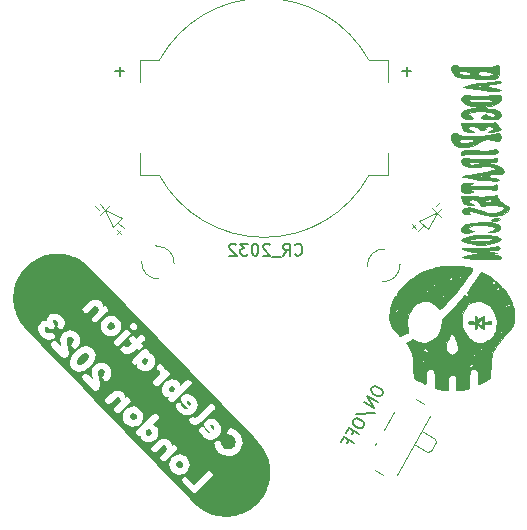
<source format=gbr>
%TF.GenerationSoftware,KiCad,Pcbnew,(6.0.7)*%
%TF.CreationDate,2022-12-12T17:27:47-06:00*%
%TF.ProjectId,LLK,4c4c4b2e-6b69-4636-9164-5f7063625858,rev?*%
%TF.SameCoordinates,Original*%
%TF.FileFunction,Legend,Bot*%
%TF.FilePolarity,Positive*%
%FSLAX46Y46*%
G04 Gerber Fmt 4.6, Leading zero omitted, Abs format (unit mm)*
G04 Created by KiCad (PCBNEW (6.0.7)) date 2022-12-12 17:27:47*
%MOMM*%
%LPD*%
G01*
G04 APERTURE LIST*
%ADD10C,0.150000*%
%ADD11C,0.010000*%
%ADD12C,0.120000*%
G04 APERTURE END LIST*
D10*
%TO.C,BT1*%
X162885952Y-88118228D02*
X162124047Y-88118228D01*
X162505000Y-88499180D02*
X162505000Y-87737276D01*
X138578152Y-88118228D02*
X137816247Y-88118228D01*
X138197200Y-88499180D02*
X138197200Y-87737276D01*
X153056190Y-103627142D02*
X153103809Y-103674761D01*
X153246666Y-103722380D01*
X153341904Y-103722380D01*
X153484761Y-103674761D01*
X153580000Y-103579523D01*
X153627619Y-103484285D01*
X153675238Y-103293809D01*
X153675238Y-103150952D01*
X153627619Y-102960476D01*
X153580000Y-102865238D01*
X153484761Y-102770000D01*
X153341904Y-102722380D01*
X153246666Y-102722380D01*
X153103809Y-102770000D01*
X153056190Y-102817619D01*
X152056190Y-103722380D02*
X152389523Y-103246190D01*
X152627619Y-103722380D02*
X152627619Y-102722380D01*
X152246666Y-102722380D01*
X152151428Y-102770000D01*
X152103809Y-102817619D01*
X152056190Y-102912857D01*
X152056190Y-103055714D01*
X152103809Y-103150952D01*
X152151428Y-103198571D01*
X152246666Y-103246190D01*
X152627619Y-103246190D01*
X151865714Y-103817619D02*
X151103809Y-103817619D01*
X150913333Y-102817619D02*
X150865714Y-102770000D01*
X150770476Y-102722380D01*
X150532380Y-102722380D01*
X150437142Y-102770000D01*
X150389523Y-102817619D01*
X150341904Y-102912857D01*
X150341904Y-103008095D01*
X150389523Y-103150952D01*
X150960952Y-103722380D01*
X150341904Y-103722380D01*
X149722857Y-102722380D02*
X149627619Y-102722380D01*
X149532380Y-102770000D01*
X149484761Y-102817619D01*
X149437142Y-102912857D01*
X149389523Y-103103333D01*
X149389523Y-103341428D01*
X149437142Y-103531904D01*
X149484761Y-103627142D01*
X149532380Y-103674761D01*
X149627619Y-103722380D01*
X149722857Y-103722380D01*
X149818095Y-103674761D01*
X149865714Y-103627142D01*
X149913333Y-103531904D01*
X149960952Y-103341428D01*
X149960952Y-103103333D01*
X149913333Y-102912857D01*
X149865714Y-102817619D01*
X149818095Y-102770000D01*
X149722857Y-102722380D01*
X149056190Y-102722380D02*
X148437142Y-102722380D01*
X148770476Y-103103333D01*
X148627619Y-103103333D01*
X148532380Y-103150952D01*
X148484761Y-103198571D01*
X148437142Y-103293809D01*
X148437142Y-103531904D01*
X148484761Y-103627142D01*
X148532380Y-103674761D01*
X148627619Y-103722380D01*
X148913333Y-103722380D01*
X149008571Y-103674761D01*
X149056190Y-103627142D01*
X148056190Y-102817619D02*
X148008571Y-102770000D01*
X147913333Y-102722380D01*
X147675238Y-102722380D01*
X147580000Y-102770000D01*
X147532380Y-102817619D01*
X147484761Y-102912857D01*
X147484761Y-103008095D01*
X147532380Y-103150952D01*
X148103809Y-103722380D01*
X147484761Y-103722380D01*
%TO.C,ON/OFF*%
X159606371Y-114870507D02*
X159511133Y-115035464D01*
X159504753Y-115141752D01*
X159539613Y-115271850D01*
X159680761Y-115408327D01*
X159969436Y-115574994D01*
X160158203Y-115628993D01*
X160288300Y-115594133D01*
X160377159Y-115535464D01*
X160472397Y-115370507D01*
X160478776Y-115264219D01*
X160443917Y-115134121D01*
X160302769Y-114997644D01*
X160014094Y-114830977D01*
X159825327Y-114776978D01*
X159695230Y-114811838D01*
X159606371Y-114870507D01*
X160043825Y-116112814D02*
X159177800Y-115612814D01*
X159758111Y-116607686D01*
X158892086Y-116107686D01*
X158255608Y-117114859D02*
X159797641Y-117015409D01*
X158034943Y-117592301D02*
X157939705Y-117757258D01*
X157933325Y-117863546D01*
X157968184Y-117993644D01*
X158109332Y-118130121D01*
X158398007Y-118296788D01*
X158586774Y-118350787D01*
X158716872Y-118315927D01*
X158805730Y-118257258D01*
X158900968Y-118092301D01*
X158907348Y-117986013D01*
X158872488Y-117855915D01*
X158731341Y-117719438D01*
X158442665Y-117552771D01*
X158253899Y-117498772D01*
X158123801Y-117533632D01*
X158034943Y-117592301D01*
X157852098Y-118861379D02*
X158018764Y-118572704D01*
X158472397Y-118834608D02*
X157606371Y-118334608D01*
X157368276Y-118747001D01*
X157423526Y-119603686D02*
X157590193Y-119315011D01*
X158043825Y-119576916D02*
X157177800Y-119076916D01*
X156939705Y-119489309D01*
%TO.C,G\u002A\u002A\u002A*%
G36*
X167556240Y-105694745D02*
G01*
X167464127Y-105822896D01*
X167420429Y-105883692D01*
X167373997Y-105948291D01*
X167317870Y-106024142D01*
X167205708Y-106175720D01*
X167178802Y-106212082D01*
X167147497Y-106253205D01*
X167015135Y-106427085D01*
X166976493Y-106477848D01*
X166860128Y-106626154D01*
X166829306Y-106665437D01*
X166772905Y-106737320D01*
X166736220Y-106782462D01*
X166625074Y-106919231D01*
X166573877Y-106982231D01*
X166541574Y-107020522D01*
X166508403Y-107059843D01*
X166477909Y-107094736D01*
X166370073Y-107218133D01*
X166212778Y-107392646D01*
X166045406Y-107574077D01*
X165876849Y-107753124D01*
X165715993Y-107920480D01*
X165571730Y-108066843D01*
X165452948Y-108182907D01*
X165368536Y-108259368D01*
X165327383Y-108286923D01*
X165319411Y-108284246D01*
X165264649Y-108242223D01*
X165177258Y-108159790D01*
X165072070Y-108050670D01*
X165060415Y-108038201D01*
X164928077Y-107908775D01*
X164789761Y-107790912D01*
X164673594Y-107708747D01*
X164598683Y-107667317D01*
X164514379Y-107633055D01*
X164418452Y-107613664D01*
X164288739Y-107605040D01*
X164103077Y-107603077D01*
X163931043Y-107604597D01*
X163796975Y-107612515D01*
X163696041Y-107631400D01*
X163604765Y-107665810D01*
X163499675Y-107720308D01*
X163403294Y-107779780D01*
X163243504Y-107897289D01*
X163147907Y-107981360D01*
X163105472Y-108018679D01*
X163070863Y-108057789D01*
X162958119Y-108185197D01*
X162761168Y-108492052D01*
X162643574Y-108775385D01*
X162620607Y-108830724D01*
X162540618Y-109186357D01*
X162525380Y-109544093D01*
X162548666Y-109693692D01*
X162579077Y-109889077D01*
X162596176Y-109953236D01*
X162626215Y-110088091D01*
X162624580Y-110180039D01*
X162581792Y-110248702D01*
X162488374Y-110313699D01*
X162334846Y-110394651D01*
X162139029Y-110488658D01*
X162001404Y-110539921D01*
X161921229Y-110548032D01*
X161895231Y-110513880D01*
X161880208Y-110485376D01*
X161820822Y-110408650D01*
X161726784Y-110299684D01*
X161609361Y-110171956D01*
X161526328Y-110082810D01*
X161402857Y-109945545D01*
X161301480Y-109827297D01*
X161238363Y-109746602D01*
X161208489Y-109693692D01*
X161387231Y-109693692D01*
X161388366Y-109703033D01*
X161426308Y-109732769D01*
X161435648Y-109731634D01*
X161465384Y-109693692D01*
X161464249Y-109684352D01*
X161426308Y-109654616D01*
X161416967Y-109655751D01*
X161387231Y-109693692D01*
X161208489Y-109693692D01*
X161171315Y-109627852D01*
X161090473Y-109383632D01*
X161048132Y-109088918D01*
X161046729Y-108775385D01*
X161191846Y-108775385D01*
X161211384Y-108794923D01*
X161230923Y-108775385D01*
X161211384Y-108755846D01*
X161191846Y-108775385D01*
X161046729Y-108775385D01*
X161046642Y-108755846D01*
X161052182Y-108675005D01*
X161065475Y-108546164D01*
X161315989Y-108546164D01*
X161348154Y-108560462D01*
X161368841Y-108557642D01*
X161374205Y-108534410D01*
X161368478Y-108529734D01*
X161322102Y-108534410D01*
X161315989Y-108546164D01*
X161065475Y-108546164D01*
X161072425Y-108478802D01*
X161465384Y-108478802D01*
X161471285Y-108525783D01*
X161480287Y-108534410D01*
X161511062Y-108563907D01*
X161582915Y-108540666D01*
X161680473Y-108459066D01*
X161797368Y-108322112D01*
X161805326Y-108311602D01*
X161895656Y-108183199D01*
X161943523Y-108096812D01*
X161948123Y-108057789D01*
X161908651Y-108071480D01*
X161824300Y-108143234D01*
X161804888Y-108161319D01*
X161728009Y-108223411D01*
X161678169Y-108249146D01*
X161643735Y-108258060D01*
X161563487Y-108315061D01*
X161494619Y-108398806D01*
X161465384Y-108478802D01*
X161072425Y-108478802D01*
X161072705Y-108476089D01*
X161101170Y-108279463D01*
X161134556Y-108100234D01*
X161155444Y-108013385D01*
X161699846Y-108013385D01*
X161701074Y-108037358D01*
X161719199Y-108047506D01*
X161778000Y-108013385D01*
X161785485Y-108008489D01*
X161813482Y-107981360D01*
X161768231Y-107974906D01*
X161732066Y-107980541D01*
X161699846Y-108013385D01*
X161155444Y-108013385D01*
X161169845Y-107953509D01*
X161204017Y-107854395D01*
X161234055Y-107818000D01*
X161257054Y-107796462D01*
X161270000Y-107725558D01*
X161270696Y-107714962D01*
X161293943Y-107626219D01*
X161343513Y-107497404D01*
X161410371Y-107352531D01*
X161456353Y-107263275D01*
X161519697Y-107156539D01*
X161565178Y-107109144D01*
X161599581Y-107112481D01*
X161651359Y-107136000D01*
X161656345Y-107130555D01*
X163969222Y-107130555D01*
X163997399Y-107128477D01*
X164019876Y-107115729D01*
X165478102Y-107115729D01*
X165479789Y-107156109D01*
X165542528Y-107204524D01*
X165600263Y-107238746D01*
X165642177Y-107236905D01*
X165676559Y-107177670D01*
X165681918Y-107165479D01*
X165693927Y-107094736D01*
X165646690Y-107045577D01*
X165641787Y-107042577D01*
X165576027Y-107025390D01*
X165512658Y-107072431D01*
X165478102Y-107115729D01*
X164019876Y-107115729D01*
X164061209Y-107092286D01*
X164105742Y-107052850D01*
X164119701Y-107020522D01*
X164091523Y-107022600D01*
X164027714Y-107058791D01*
X163983181Y-107098228D01*
X163969222Y-107130555D01*
X161656345Y-107130555D01*
X161682522Y-107101971D01*
X161675840Y-107013035D01*
X161675088Y-107009728D01*
X161691849Y-106914083D01*
X161700520Y-106898907D01*
X162138041Y-106898907D01*
X162142718Y-106945282D01*
X162154471Y-106951396D01*
X162168769Y-106919231D01*
X162165949Y-106898544D01*
X162142718Y-106893180D01*
X162138041Y-106898907D01*
X161700520Y-106898907D01*
X161771404Y-106774851D01*
X161811963Y-106722763D01*
X164167506Y-106722763D01*
X164197260Y-106778233D01*
X164246111Y-106825771D01*
X164299346Y-106830192D01*
X164325785Y-106782462D01*
X166428154Y-106782462D01*
X166447692Y-106802000D01*
X166467231Y-106782462D01*
X166447692Y-106762923D01*
X166428154Y-106782462D01*
X164325785Y-106782462D01*
X164338787Y-106758990D01*
X164341033Y-106751545D01*
X164343243Y-106665437D01*
X164297910Y-106631184D01*
X164219682Y-106660856D01*
X164200189Y-106675795D01*
X164167506Y-106722763D01*
X161811963Y-106722763D01*
X161887190Y-106626154D01*
X161934308Y-106626154D01*
X161953846Y-106645692D01*
X161973384Y-106626154D01*
X161953846Y-106606616D01*
X161934308Y-106626154D01*
X161887190Y-106626154D01*
X161912703Y-106593389D01*
X162020181Y-106475087D01*
X163660604Y-106475087D01*
X163692769Y-106489385D01*
X163713456Y-106486565D01*
X163716769Y-106472217D01*
X164520879Y-106472217D01*
X164529186Y-106485454D01*
X164591538Y-106450308D01*
X164619023Y-106427085D01*
X164603614Y-106411829D01*
X164589992Y-106413155D01*
X164532923Y-106450308D01*
X164525762Y-106463333D01*
X164520879Y-106472217D01*
X163716769Y-106472217D01*
X163718820Y-106463333D01*
X163713093Y-106458657D01*
X163666718Y-106463333D01*
X163660604Y-106475087D01*
X162020181Y-106475087D01*
X162114694Y-106371055D01*
X162217326Y-106268336D01*
X165975756Y-106268336D01*
X165992203Y-106309765D01*
X166009368Y-106315927D01*
X166058136Y-106292038D01*
X166070891Y-106253205D01*
X166046787Y-106220966D01*
X165994251Y-106243349D01*
X165975756Y-106268336D01*
X162217326Y-106268336D01*
X162265657Y-106219964D01*
X164716184Y-106219964D01*
X164742653Y-106258821D01*
X164807644Y-106263928D01*
X164884152Y-106230891D01*
X164891813Y-106225178D01*
X164934071Y-106175720D01*
X164910747Y-106128655D01*
X164846470Y-106107416D01*
X164770509Y-106136421D01*
X164719213Y-106204054D01*
X164716184Y-106219964D01*
X162265657Y-106219964D01*
X162376324Y-106109204D01*
X162415078Y-106073373D01*
X166525968Y-106073373D01*
X166543763Y-106117152D01*
X166569602Y-106120983D01*
X166609103Y-106079869D01*
X166621643Y-106024142D01*
X166600742Y-105996938D01*
X166549055Y-106035577D01*
X166525968Y-106073373D01*
X162415078Y-106073373D01*
X162543573Y-105954568D01*
X162632779Y-105883692D01*
X166623538Y-105883692D01*
X166643077Y-105903231D01*
X166662615Y-105883692D01*
X166643077Y-105864154D01*
X166623538Y-105883692D01*
X162632779Y-105883692D01*
X162731145Y-105805539D01*
X163419231Y-105805539D01*
X163420365Y-105821111D01*
X163452623Y-105862937D01*
X163509348Y-105839165D01*
X163519249Y-105822896D01*
X163507029Y-105772779D01*
X163456001Y-105746923D01*
X163439108Y-105753518D01*
X163419231Y-105805539D01*
X162731145Y-105805539D01*
X162853625Y-105708227D01*
X166127732Y-105708227D01*
X166160350Y-105751294D01*
X166220178Y-105777780D01*
X166309155Y-105777495D01*
X166364131Y-105727385D01*
X166376020Y-105674890D01*
X166354367Y-105596566D01*
X166349356Y-105593269D01*
X166916250Y-105593269D01*
X166933429Y-105632815D01*
X166990659Y-105642289D01*
X167060686Y-105614270D01*
X167066072Y-105610259D01*
X167102151Y-105562524D01*
X167073962Y-105500953D01*
X167068929Y-105494253D01*
X167026179Y-105460822D01*
X166982140Y-105485998D01*
X166922924Y-105576752D01*
X166916250Y-105593269D01*
X166349356Y-105593269D01*
X166294001Y-105556847D01*
X166218628Y-105566092D01*
X166151956Y-105634662D01*
X166150535Y-105637333D01*
X166127732Y-105708227D01*
X162853625Y-105708227D01*
X163004634Y-105588248D01*
X163350322Y-105367956D01*
X163934950Y-105367956D01*
X163961068Y-105438660D01*
X164017714Y-105451707D01*
X164100647Y-105392269D01*
X164121544Y-105368559D01*
X164140310Y-105317077D01*
X167287846Y-105317077D01*
X167288294Y-105325920D01*
X167305078Y-105356154D01*
X167311347Y-105354356D01*
X167346461Y-105317077D01*
X167352567Y-105301940D01*
X167329229Y-105278000D01*
X167317887Y-105279502D01*
X167301897Y-105299502D01*
X167287846Y-105317077D01*
X164140310Y-105317077D01*
X164146717Y-105299502D01*
X164107121Y-105260269D01*
X164012429Y-105264835D01*
X163952122Y-105295851D01*
X163934950Y-105367956D01*
X163350322Y-105367956D01*
X163499915Y-105272627D01*
X164014416Y-105016609D01*
X164533138Y-104829096D01*
X164785592Y-104757380D01*
X165005870Y-104700845D01*
X165203845Y-104659506D01*
X165399607Y-104630395D01*
X165613247Y-104610547D01*
X165864858Y-104596996D01*
X166174530Y-104586775D01*
X166210834Y-104585778D01*
X166476879Y-104579309D01*
X166684834Y-104577071D01*
X166852583Y-104580184D01*
X166998009Y-104589771D01*
X167138996Y-104606951D01*
X167293426Y-104632848D01*
X167479182Y-104668581D01*
X167599240Y-104692421D01*
X167789831Y-104731401D01*
X167920509Y-104761238D01*
X168002539Y-104785655D01*
X168047185Y-104808372D01*
X168065712Y-104833113D01*
X168069385Y-104863599D01*
X168068889Y-104870094D01*
X168038957Y-104948384D01*
X167966890Y-105078263D01*
X167858523Y-105251463D01*
X167824872Y-105301940D01*
X167719694Y-105459713D01*
X167648193Y-105562524D01*
X167570048Y-105674890D01*
X167556240Y-105694745D01*
G37*
D11*
X167556240Y-105694745D02*
X167464127Y-105822896D01*
X167420429Y-105883692D01*
X167373997Y-105948291D01*
X167317870Y-106024142D01*
X167205708Y-106175720D01*
X167178802Y-106212082D01*
X167147497Y-106253205D01*
X167015135Y-106427085D01*
X166976493Y-106477848D01*
X166860128Y-106626154D01*
X166829306Y-106665437D01*
X166772905Y-106737320D01*
X166736220Y-106782462D01*
X166625074Y-106919231D01*
X166573877Y-106982231D01*
X166541574Y-107020522D01*
X166508403Y-107059843D01*
X166477909Y-107094736D01*
X166370073Y-107218133D01*
X166212778Y-107392646D01*
X166045406Y-107574077D01*
X165876849Y-107753124D01*
X165715993Y-107920480D01*
X165571730Y-108066843D01*
X165452948Y-108182907D01*
X165368536Y-108259368D01*
X165327383Y-108286923D01*
X165319411Y-108284246D01*
X165264649Y-108242223D01*
X165177258Y-108159790D01*
X165072070Y-108050670D01*
X165060415Y-108038201D01*
X164928077Y-107908775D01*
X164789761Y-107790912D01*
X164673594Y-107708747D01*
X164598683Y-107667317D01*
X164514379Y-107633055D01*
X164418452Y-107613664D01*
X164288739Y-107605040D01*
X164103077Y-107603077D01*
X163931043Y-107604597D01*
X163796975Y-107612515D01*
X163696041Y-107631400D01*
X163604765Y-107665810D01*
X163499675Y-107720308D01*
X163403294Y-107779780D01*
X163243504Y-107897289D01*
X163147907Y-107981360D01*
X163105472Y-108018679D01*
X163070863Y-108057789D01*
X162958119Y-108185197D01*
X162761168Y-108492052D01*
X162643574Y-108775385D01*
X162620607Y-108830724D01*
X162540618Y-109186357D01*
X162525380Y-109544093D01*
X162548666Y-109693692D01*
X162579077Y-109889077D01*
X162596176Y-109953236D01*
X162626215Y-110088091D01*
X162624580Y-110180039D01*
X162581792Y-110248702D01*
X162488374Y-110313699D01*
X162334846Y-110394651D01*
X162139029Y-110488658D01*
X162001404Y-110539921D01*
X161921229Y-110548032D01*
X161895231Y-110513880D01*
X161880208Y-110485376D01*
X161820822Y-110408650D01*
X161726784Y-110299684D01*
X161609361Y-110171956D01*
X161526328Y-110082810D01*
X161402857Y-109945545D01*
X161301480Y-109827297D01*
X161238363Y-109746602D01*
X161208489Y-109693692D01*
X161387231Y-109693692D01*
X161388366Y-109703033D01*
X161426308Y-109732769D01*
X161435648Y-109731634D01*
X161465384Y-109693692D01*
X161464249Y-109684352D01*
X161426308Y-109654616D01*
X161416967Y-109655751D01*
X161387231Y-109693692D01*
X161208489Y-109693692D01*
X161171315Y-109627852D01*
X161090473Y-109383632D01*
X161048132Y-109088918D01*
X161046729Y-108775385D01*
X161191846Y-108775385D01*
X161211384Y-108794923D01*
X161230923Y-108775385D01*
X161211384Y-108755846D01*
X161191846Y-108775385D01*
X161046729Y-108775385D01*
X161046642Y-108755846D01*
X161052182Y-108675005D01*
X161065475Y-108546164D01*
X161315989Y-108546164D01*
X161348154Y-108560462D01*
X161368841Y-108557642D01*
X161374205Y-108534410D01*
X161368478Y-108529734D01*
X161322102Y-108534410D01*
X161315989Y-108546164D01*
X161065475Y-108546164D01*
X161072425Y-108478802D01*
X161465384Y-108478802D01*
X161471285Y-108525783D01*
X161480287Y-108534410D01*
X161511062Y-108563907D01*
X161582915Y-108540666D01*
X161680473Y-108459066D01*
X161797368Y-108322112D01*
X161805326Y-108311602D01*
X161895656Y-108183199D01*
X161943523Y-108096812D01*
X161948123Y-108057789D01*
X161908651Y-108071480D01*
X161824300Y-108143234D01*
X161804888Y-108161319D01*
X161728009Y-108223411D01*
X161678169Y-108249146D01*
X161643735Y-108258060D01*
X161563487Y-108315061D01*
X161494619Y-108398806D01*
X161465384Y-108478802D01*
X161072425Y-108478802D01*
X161072705Y-108476089D01*
X161101170Y-108279463D01*
X161134556Y-108100234D01*
X161155444Y-108013385D01*
X161699846Y-108013385D01*
X161701074Y-108037358D01*
X161719199Y-108047506D01*
X161778000Y-108013385D01*
X161785485Y-108008489D01*
X161813482Y-107981360D01*
X161768231Y-107974906D01*
X161732066Y-107980541D01*
X161699846Y-108013385D01*
X161155444Y-108013385D01*
X161169845Y-107953509D01*
X161204017Y-107854395D01*
X161234055Y-107818000D01*
X161257054Y-107796462D01*
X161270000Y-107725558D01*
X161270696Y-107714962D01*
X161293943Y-107626219D01*
X161343513Y-107497404D01*
X161410371Y-107352531D01*
X161456353Y-107263275D01*
X161519697Y-107156539D01*
X161565178Y-107109144D01*
X161599581Y-107112481D01*
X161651359Y-107136000D01*
X161656345Y-107130555D01*
X163969222Y-107130555D01*
X163997399Y-107128477D01*
X164019876Y-107115729D01*
X165478102Y-107115729D01*
X165479789Y-107156109D01*
X165542528Y-107204524D01*
X165600263Y-107238746D01*
X165642177Y-107236905D01*
X165676559Y-107177670D01*
X165681918Y-107165479D01*
X165693927Y-107094736D01*
X165646690Y-107045577D01*
X165641787Y-107042577D01*
X165576027Y-107025390D01*
X165512658Y-107072431D01*
X165478102Y-107115729D01*
X164019876Y-107115729D01*
X164061209Y-107092286D01*
X164105742Y-107052850D01*
X164119701Y-107020522D01*
X164091523Y-107022600D01*
X164027714Y-107058791D01*
X163983181Y-107098228D01*
X163969222Y-107130555D01*
X161656345Y-107130555D01*
X161682522Y-107101971D01*
X161675840Y-107013035D01*
X161675088Y-107009728D01*
X161691849Y-106914083D01*
X161700520Y-106898907D01*
X162138041Y-106898907D01*
X162142718Y-106945282D01*
X162154471Y-106951396D01*
X162168769Y-106919231D01*
X162165949Y-106898544D01*
X162142718Y-106893180D01*
X162138041Y-106898907D01*
X161700520Y-106898907D01*
X161771404Y-106774851D01*
X161811963Y-106722763D01*
X164167506Y-106722763D01*
X164197260Y-106778233D01*
X164246111Y-106825771D01*
X164299346Y-106830192D01*
X164325785Y-106782462D01*
X166428154Y-106782462D01*
X166447692Y-106802000D01*
X166467231Y-106782462D01*
X166447692Y-106762923D01*
X166428154Y-106782462D01*
X164325785Y-106782462D01*
X164338787Y-106758990D01*
X164341033Y-106751545D01*
X164343243Y-106665437D01*
X164297910Y-106631184D01*
X164219682Y-106660856D01*
X164200189Y-106675795D01*
X164167506Y-106722763D01*
X161811963Y-106722763D01*
X161887190Y-106626154D01*
X161934308Y-106626154D01*
X161953846Y-106645692D01*
X161973384Y-106626154D01*
X161953846Y-106606616D01*
X161934308Y-106626154D01*
X161887190Y-106626154D01*
X161912703Y-106593389D01*
X162020181Y-106475087D01*
X163660604Y-106475087D01*
X163692769Y-106489385D01*
X163713456Y-106486565D01*
X163716769Y-106472217D01*
X164520879Y-106472217D01*
X164529186Y-106485454D01*
X164591538Y-106450308D01*
X164619023Y-106427085D01*
X164603614Y-106411829D01*
X164589992Y-106413155D01*
X164532923Y-106450308D01*
X164525762Y-106463333D01*
X164520879Y-106472217D01*
X163716769Y-106472217D01*
X163718820Y-106463333D01*
X163713093Y-106458657D01*
X163666718Y-106463333D01*
X163660604Y-106475087D01*
X162020181Y-106475087D01*
X162114694Y-106371055D01*
X162217326Y-106268336D01*
X165975756Y-106268336D01*
X165992203Y-106309765D01*
X166009368Y-106315927D01*
X166058136Y-106292038D01*
X166070891Y-106253205D01*
X166046787Y-106220966D01*
X165994251Y-106243349D01*
X165975756Y-106268336D01*
X162217326Y-106268336D01*
X162265657Y-106219964D01*
X164716184Y-106219964D01*
X164742653Y-106258821D01*
X164807644Y-106263928D01*
X164884152Y-106230891D01*
X164891813Y-106225178D01*
X164934071Y-106175720D01*
X164910747Y-106128655D01*
X164846470Y-106107416D01*
X164770509Y-106136421D01*
X164719213Y-106204054D01*
X164716184Y-106219964D01*
X162265657Y-106219964D01*
X162376324Y-106109204D01*
X162415078Y-106073373D01*
X166525968Y-106073373D01*
X166543763Y-106117152D01*
X166569602Y-106120983D01*
X166609103Y-106079869D01*
X166621643Y-106024142D01*
X166600742Y-105996938D01*
X166549055Y-106035577D01*
X166525968Y-106073373D01*
X162415078Y-106073373D01*
X162543573Y-105954568D01*
X162632779Y-105883692D01*
X166623538Y-105883692D01*
X166643077Y-105903231D01*
X166662615Y-105883692D01*
X166643077Y-105864154D01*
X166623538Y-105883692D01*
X162632779Y-105883692D01*
X162731145Y-105805539D01*
X163419231Y-105805539D01*
X163420365Y-105821111D01*
X163452623Y-105862937D01*
X163509348Y-105839165D01*
X163519249Y-105822896D01*
X163507029Y-105772779D01*
X163456001Y-105746923D01*
X163439108Y-105753518D01*
X163419231Y-105805539D01*
X162731145Y-105805539D01*
X162853625Y-105708227D01*
X166127732Y-105708227D01*
X166160350Y-105751294D01*
X166220178Y-105777780D01*
X166309155Y-105777495D01*
X166364131Y-105727385D01*
X166376020Y-105674890D01*
X166354367Y-105596566D01*
X166349356Y-105593269D01*
X166916250Y-105593269D01*
X166933429Y-105632815D01*
X166990659Y-105642289D01*
X167060686Y-105614270D01*
X167066072Y-105610259D01*
X167102151Y-105562524D01*
X167073962Y-105500953D01*
X167068929Y-105494253D01*
X167026179Y-105460822D01*
X166982140Y-105485998D01*
X166922924Y-105576752D01*
X166916250Y-105593269D01*
X166349356Y-105593269D01*
X166294001Y-105556847D01*
X166218628Y-105566092D01*
X166151956Y-105634662D01*
X166150535Y-105637333D01*
X166127732Y-105708227D01*
X162853625Y-105708227D01*
X163004634Y-105588248D01*
X163350322Y-105367956D01*
X163934950Y-105367956D01*
X163961068Y-105438660D01*
X164017714Y-105451707D01*
X164100647Y-105392269D01*
X164121544Y-105368559D01*
X164140310Y-105317077D01*
X167287846Y-105317077D01*
X167288294Y-105325920D01*
X167305078Y-105356154D01*
X167311347Y-105354356D01*
X167346461Y-105317077D01*
X167352567Y-105301940D01*
X167329229Y-105278000D01*
X167317887Y-105279502D01*
X167301897Y-105299502D01*
X167287846Y-105317077D01*
X164140310Y-105317077D01*
X164146717Y-105299502D01*
X164107121Y-105260269D01*
X164012429Y-105264835D01*
X163952122Y-105295851D01*
X163934950Y-105367956D01*
X163350322Y-105367956D01*
X163499915Y-105272627D01*
X164014416Y-105016609D01*
X164533138Y-104829096D01*
X164785592Y-104757380D01*
X165005870Y-104700845D01*
X165203845Y-104659506D01*
X165399607Y-104630395D01*
X165613247Y-104610547D01*
X165864858Y-104596996D01*
X166174530Y-104586775D01*
X166210834Y-104585778D01*
X166476879Y-104579309D01*
X166684834Y-104577071D01*
X166852583Y-104580184D01*
X166998009Y-104589771D01*
X167138996Y-104606951D01*
X167293426Y-104632848D01*
X167479182Y-104668581D01*
X167599240Y-104692421D01*
X167789831Y-104731401D01*
X167920509Y-104761238D01*
X168002539Y-104785655D01*
X168047185Y-104808372D01*
X168065712Y-104833113D01*
X168069385Y-104863599D01*
X168068889Y-104870094D01*
X168038957Y-104948384D01*
X167966890Y-105078263D01*
X167858523Y-105251463D01*
X167824872Y-105301940D01*
X167719694Y-105459713D01*
X167648193Y-105562524D01*
X167570048Y-105674890D01*
X167556240Y-105694745D01*
G36*
X170796372Y-106659540D02*
G01*
X170882560Y-106778494D01*
X171022394Y-106971489D01*
X171128854Y-107153692D01*
X171193435Y-107264222D01*
X171232592Y-107347621D01*
X171238740Y-107362103D01*
X171307540Y-107524166D01*
X171387082Y-107727583D01*
X171456982Y-107921623D01*
X171459470Y-107928530D01*
X171466231Y-107948340D01*
X171521462Y-108114945D01*
X171559320Y-108248099D01*
X171583149Y-108370123D01*
X171594218Y-108482308D01*
X171596292Y-108503336D01*
X171598960Y-108580000D01*
X171602094Y-108670061D01*
X171603897Y-108892616D01*
X171604175Y-108972551D01*
X171603148Y-109138718D01*
X171600946Y-109183148D01*
X171596077Y-109281445D01*
X171579304Y-109402436D01*
X171578402Y-109408943D01*
X171545566Y-109529423D01*
X171493009Y-109651096D01*
X171416172Y-109782173D01*
X171354081Y-109869539D01*
X171310498Y-109930865D01*
X171271137Y-109980257D01*
X171171426Y-110105383D01*
X171022262Y-110281109D01*
X170994397Y-110313937D01*
X170774854Y-110564740D01*
X170508237Y-110866000D01*
X170470074Y-110909310D01*
X170289896Y-111124460D01*
X170258953Y-111161409D01*
X170189300Y-111256769D01*
X170102917Y-111375034D01*
X170094467Y-111386603D01*
X169964720Y-111604509D01*
X169935934Y-111666504D01*
X169857819Y-111834744D01*
X169761868Y-112096923D01*
X169755391Y-112116462D01*
X169755169Y-112117134D01*
X169723726Y-112214154D01*
X169705814Y-112269426D01*
X169699238Y-112292308D01*
X169669798Y-112394760D01*
X169644694Y-112510653D01*
X169628073Y-112634621D01*
X169624650Y-112683077D01*
X169618576Y-112769080D01*
X169617510Y-112784183D01*
X169611833Y-112941924D01*
X169610577Y-112976855D01*
X169604846Y-113230154D01*
X169604742Y-113234555D01*
X169604547Y-113242816D01*
X169600086Y-113432134D01*
X169593641Y-113644708D01*
X169586715Y-113821919D01*
X169579875Y-113949506D01*
X169573689Y-114013209D01*
X169571180Y-114019908D01*
X169520952Y-114073960D01*
X169419683Y-114152587D01*
X169282720Y-114246092D01*
X169125408Y-114344777D01*
X168963095Y-114438944D01*
X168811125Y-114518894D01*
X168684846Y-114574929D01*
X168577384Y-114615450D01*
X168577384Y-114143631D01*
X168576798Y-114053900D01*
X168564645Y-113792165D01*
X168533583Y-113597483D01*
X168479414Y-113462162D01*
X168397939Y-113378509D01*
X168284959Y-113338833D01*
X168136276Y-113335442D01*
X168116017Y-113337022D01*
X168015554Y-113355138D01*
X167953231Y-113402308D01*
X167896806Y-113500796D01*
X167885086Y-113526412D01*
X167857995Y-113606294D01*
X167837516Y-113709947D01*
X167821984Y-113850966D01*
X167809738Y-114042948D01*
X167799113Y-114299487D01*
X167776308Y-114944767D01*
X167639538Y-114980513D01*
X167566205Y-114998874D01*
X167421540Y-115033117D01*
X167268308Y-115067715D01*
X167165303Y-115087794D01*
X167002693Y-115111679D01*
X166871516Y-115122278D01*
X166709187Y-115125385D01*
X166695670Y-114586259D01*
X166689280Y-114385201D01*
X166679030Y-114209655D01*
X166664130Y-114086548D01*
X166642803Y-114001996D01*
X166613275Y-113942111D01*
X166554326Y-113873486D01*
X166431678Y-113808460D01*
X166296485Y-113807448D01*
X166166678Y-113868862D01*
X166060188Y-113991112D01*
X166058856Y-113993403D01*
X166025213Y-114062244D01*
X166002653Y-114142184D01*
X165989026Y-114249974D01*
X165982182Y-114402371D01*
X165979970Y-114616128D01*
X165978769Y-115105846D01*
X165822461Y-115115813D01*
X165770532Y-115115478D01*
X165633060Y-115101877D01*
X165459539Y-115074727D01*
X165275384Y-115037659D01*
X164884615Y-114949539D01*
X164883746Y-114304769D01*
X164882984Y-114128940D01*
X164879432Y-113924153D01*
X164871913Y-113775281D01*
X164859221Y-113669039D01*
X164840149Y-113592147D01*
X164813490Y-113531321D01*
X164787393Y-113496698D01*
X167366000Y-113496698D01*
X167366001Y-113497137D01*
X167388500Y-113523136D01*
X167452635Y-113487915D01*
X167554406Y-113393662D01*
X167592725Y-113351935D01*
X167646901Y-113280517D01*
X167658713Y-113242816D01*
X167654324Y-113241213D01*
X167608303Y-113263212D01*
X167534795Y-113318552D01*
X167455464Y-113388441D01*
X167391977Y-113454087D01*
X167366000Y-113496698D01*
X164787393Y-113496698D01*
X164742703Y-113437409D01*
X164616451Y-113356154D01*
X164474291Y-113330735D01*
X164370757Y-113355550D01*
X164336704Y-113363712D01*
X164224171Y-113457648D01*
X164209166Y-113478993D01*
X164179361Y-113536174D01*
X164158674Y-113611003D01*
X164144829Y-113718608D01*
X164135547Y-113874114D01*
X164128550Y-114092648D01*
X164120487Y-114314096D01*
X164107999Y-114485032D01*
X164091285Y-114584905D01*
X164069935Y-114617379D01*
X164068706Y-114617308D01*
X164015375Y-114596936D01*
X163909902Y-114545491D01*
X163766985Y-114470443D01*
X163601324Y-114379261D01*
X163506294Y-114325183D01*
X163342871Y-114226392D01*
X163232893Y-114148199D01*
X163164595Y-114081654D01*
X163126210Y-114017805D01*
X163125519Y-114016126D01*
X163102771Y-113922139D01*
X163087075Y-113766741D01*
X163078065Y-113544427D01*
X163076157Y-113335173D01*
X163701724Y-113335173D01*
X163710548Y-113354457D01*
X163764049Y-113395633D01*
X163822211Y-113380763D01*
X163841895Y-113355550D01*
X163837962Y-113307674D01*
X163767667Y-113288769D01*
X163720986Y-113298302D01*
X163701724Y-113335173D01*
X163076157Y-113335173D01*
X163075377Y-113249692D01*
X164630615Y-113249692D01*
X164631063Y-113258536D01*
X164647848Y-113288769D01*
X164654116Y-113286971D01*
X164689231Y-113249692D01*
X164695337Y-113234555D01*
X164671998Y-113210616D01*
X164660656Y-113212117D01*
X164630615Y-113249692D01*
X163075377Y-113249692D01*
X163073884Y-113079692D01*
X167447339Y-113079692D01*
X167462085Y-113129862D01*
X167482353Y-113149541D01*
X167553921Y-113170296D01*
X167579692Y-113168879D01*
X167593604Y-113154442D01*
X167544699Y-113112084D01*
X167532295Y-113104788D01*
X167787260Y-113104788D01*
X167829347Y-113154442D01*
X167851611Y-113180709D01*
X167882435Y-113199378D01*
X167920436Y-113202140D01*
X167972309Y-113169648D01*
X168059615Y-113092790D01*
X168145988Y-113005720D01*
X168179308Y-112941924D01*
X168145197Y-112907993D01*
X168043154Y-112898000D01*
X167951994Y-112908064D01*
X167847191Y-112954090D01*
X167812806Y-112995692D01*
X167789033Y-113024456D01*
X167787260Y-113104788D01*
X167532295Y-113104788D01*
X167483785Y-113076255D01*
X167447339Y-113079692D01*
X163073884Y-113079692D01*
X163073306Y-113013887D01*
X163072472Y-112995692D01*
X164591538Y-112995692D01*
X164611077Y-113015231D01*
X164630615Y-112995692D01*
X164611077Y-112976154D01*
X164591538Y-112995692D01*
X163072472Y-112995692D01*
X163057287Y-112664453D01*
X163052447Y-112623484D01*
X163815337Y-112623484D01*
X163824512Y-112678568D01*
X163888154Y-112702616D01*
X163933579Y-112709943D01*
X163966308Y-112741692D01*
X163967443Y-112751033D01*
X164005384Y-112780769D01*
X164022640Y-112780351D01*
X164040631Y-112769080D01*
X164033841Y-112726292D01*
X164019313Y-112683077D01*
X168499231Y-112683077D01*
X168518769Y-112702616D01*
X168538308Y-112683077D01*
X168518769Y-112663539D01*
X168499231Y-112683077D01*
X164019313Y-112683077D01*
X164001759Y-112630858D01*
X163976412Y-112567913D01*
X163939575Y-112531830D01*
X163884528Y-112548248D01*
X163861230Y-112562955D01*
X163815337Y-112623484D01*
X163052447Y-112623484D01*
X163021848Y-112364454D01*
X163005931Y-112292308D01*
X164005384Y-112292308D01*
X164024923Y-112311846D01*
X164044461Y-112292308D01*
X169007231Y-112292308D01*
X169026769Y-112311846D01*
X169046308Y-112292308D01*
X169026769Y-112272769D01*
X169007231Y-112292308D01*
X164044461Y-112292308D01*
X164024923Y-112272769D01*
X164005384Y-112292308D01*
X163005931Y-112292308D01*
X162997818Y-112255537D01*
X167483231Y-112255537D01*
X167484247Y-112259437D01*
X167522308Y-112272769D01*
X167533018Y-112271179D01*
X167561384Y-112231386D01*
X167558316Y-112217252D01*
X167522308Y-112214154D01*
X167510613Y-112222174D01*
X167483231Y-112255537D01*
X162997818Y-112255537D01*
X162979306Y-112171628D01*
X168077087Y-112171628D01*
X168106256Y-112215929D01*
X168169157Y-112227074D01*
X168209544Y-112214154D01*
X168890000Y-112214154D01*
X168909538Y-112233692D01*
X168929077Y-112214154D01*
X168909538Y-112194616D01*
X168890000Y-112214154D01*
X168209544Y-112214154D01*
X168235977Y-112205698D01*
X168276902Y-112152440D01*
X168283196Y-112121216D01*
X168271887Y-112096138D01*
X169054656Y-112096138D01*
X169057186Y-112121216D01*
X169059333Y-112142513D01*
X169071087Y-112148626D01*
X169085384Y-112116462D01*
X169082564Y-112095774D01*
X169059333Y-112090410D01*
X169054656Y-112096138D01*
X168271887Y-112096138D01*
X168266960Y-112085213D01*
X168193662Y-112084853D01*
X168121174Y-112108334D01*
X168078283Y-112156685D01*
X168077087Y-112171628D01*
X162979306Y-112171628D01*
X162962722Y-112096462D01*
X162875642Y-111843046D01*
X162806190Y-111693858D01*
X163838952Y-111693858D01*
X163917962Y-111772869D01*
X163930744Y-111784362D01*
X164030940Y-111842092D01*
X164153142Y-111880437D01*
X164247937Y-111893843D01*
X164293023Y-111884533D01*
X164297107Y-111846651D01*
X164291926Y-111817388D01*
X164281913Y-111736362D01*
X164254040Y-111686620D01*
X164184208Y-111626358D01*
X164129283Y-111596392D01*
X165811416Y-111596392D01*
X165846841Y-111736990D01*
X165916518Y-111846651D01*
X165928034Y-111864777D01*
X166056287Y-111993430D01*
X166177950Y-112074134D01*
X166347766Y-112117213D01*
X166514559Y-112091053D01*
X166663467Y-111998735D01*
X166779631Y-111843345D01*
X166825022Y-111733557D01*
X166851864Y-111569435D01*
X167699132Y-111569435D01*
X167705027Y-111631820D01*
X167708916Y-111640164D01*
X167754503Y-111678529D01*
X167808714Y-111684509D01*
X167834923Y-111652323D01*
X167834425Y-111646171D01*
X167810074Y-111605174D01*
X168694615Y-111605174D01*
X168713974Y-111652323D01*
X168719517Y-111665824D01*
X168792483Y-111720480D01*
X168880231Y-111734775D01*
X168950822Y-111711406D01*
X168958592Y-111666504D01*
X168895651Y-111594037D01*
X168873099Y-111577487D01*
X168795445Y-111553148D01*
X168725199Y-111562973D01*
X168694615Y-111605174D01*
X167810074Y-111605174D01*
X167803872Y-111594733D01*
X167750098Y-111555321D01*
X167707020Y-111554006D01*
X167704010Y-111559893D01*
X167699132Y-111569435D01*
X166851864Y-111569435D01*
X166853425Y-111559893D01*
X166845887Y-111483550D01*
X167913318Y-111483550D01*
X167940856Y-111491231D01*
X167975746Y-111477710D01*
X168035292Y-111422846D01*
X168061385Y-111388638D01*
X168063913Y-111375034D01*
X168010769Y-111411789D01*
X167957046Y-111450990D01*
X167916333Y-111480173D01*
X167913318Y-111483550D01*
X166845887Y-111483550D01*
X166833713Y-111360243D01*
X166799010Y-111236445D01*
X169875272Y-111236445D01*
X169879949Y-111282821D01*
X169891702Y-111288934D01*
X169906000Y-111256769D01*
X169903180Y-111236082D01*
X169879949Y-111230718D01*
X169875272Y-111236445D01*
X166799010Y-111236445D01*
X166771198Y-111137232D01*
X167405077Y-111137232D01*
X167409111Y-111158875D01*
X167448607Y-111198482D01*
X167497319Y-111190579D01*
X167507928Y-111178412D01*
X167517585Y-111124460D01*
X167463692Y-111100462D01*
X167436762Y-111104599D01*
X167405077Y-111137232D01*
X166771198Y-111137232D01*
X166765548Y-111117075D01*
X166663280Y-110839702D01*
X166613146Y-110729231D01*
X167209692Y-110729231D01*
X167229231Y-110748769D01*
X167248769Y-110729231D01*
X167229231Y-110709692D01*
X167209692Y-110729231D01*
X166613146Y-110729231D01*
X166561364Y-110615127D01*
X166465639Y-110462891D01*
X166374381Y-110380291D01*
X166285866Y-110364621D01*
X166280568Y-110365729D01*
X166243056Y-110381452D01*
X166206702Y-110417549D01*
X166165880Y-110484615D01*
X166114963Y-110593246D01*
X166048324Y-110754037D01*
X165960335Y-110977583D01*
X165872699Y-111222054D01*
X165820466Y-111429305D01*
X165816053Y-111510769D01*
X165811416Y-111596392D01*
X164129283Y-111596392D01*
X164116301Y-111589309D01*
X164054242Y-111588994D01*
X163964223Y-111629078D01*
X163838952Y-111693858D01*
X162806190Y-111693858D01*
X162756340Y-111586776D01*
X162713523Y-111510769D01*
X163966308Y-111510769D01*
X163985846Y-111530308D01*
X164005384Y-111510769D01*
X163985846Y-111491231D01*
X163966308Y-111510769D01*
X162713523Y-111510769D01*
X162600550Y-111310223D01*
X162480253Y-111109676D01*
X162778474Y-110968051D01*
X163076696Y-110826427D01*
X163280175Y-110942846D01*
X163291700Y-110949386D01*
X163573316Y-111073420D01*
X163850732Y-111123252D01*
X164135572Y-111101030D01*
X164337341Y-111048482D01*
X164647653Y-110907321D01*
X164914646Y-110703106D01*
X165136445Y-110438282D01*
X165311178Y-110115293D01*
X165436973Y-109736584D01*
X165511956Y-109304598D01*
X165516401Y-109264093D01*
X165535580Y-109139827D01*
X165539883Y-109128518D01*
X167159526Y-109128518D01*
X167165852Y-109470638D01*
X167225660Y-109791385D01*
X167268753Y-109921002D01*
X167403192Y-110208136D01*
X167579308Y-110475796D01*
X167785043Y-110709380D01*
X167809015Y-110729231D01*
X168008337Y-110894289D01*
X168237128Y-111015920D01*
X168554469Y-111100893D01*
X168860536Y-111111908D01*
X169148733Y-111046881D01*
X169418404Y-110905960D01*
X169464602Y-110866000D01*
X170257692Y-110866000D01*
X170264305Y-110883977D01*
X170316308Y-110905077D01*
X170343272Y-110900668D01*
X170374923Y-110866000D01*
X170368310Y-110848024D01*
X170316308Y-110826923D01*
X170289343Y-110831332D01*
X170257692Y-110866000D01*
X169464602Y-110866000D01*
X169668895Y-110689294D01*
X169704034Y-110651397D01*
X169876082Y-110431096D01*
X169933897Y-110318795D01*
X170395919Y-110318795D01*
X170401238Y-110355409D01*
X170432016Y-110321387D01*
X170432190Y-110321110D01*
X170485391Y-110297943D01*
X170576355Y-110300450D01*
X170637175Y-110304340D01*
X170680018Y-110281109D01*
X170660193Y-110235543D01*
X170577549Y-110182657D01*
X170526053Y-110144319D01*
X170489516Y-110045888D01*
X170483990Y-110016502D01*
X170465080Y-110043804D01*
X170459257Y-110062617D01*
X170434356Y-110143077D01*
X170424361Y-110182154D01*
X170416016Y-110214787D01*
X170395919Y-110318795D01*
X169933897Y-110318795D01*
X169996267Y-110197646D01*
X170001013Y-110182154D01*
X170296769Y-110182154D01*
X170316308Y-110201692D01*
X170335846Y-110182154D01*
X170316308Y-110162616D01*
X170296769Y-110182154D01*
X170001013Y-110182154D01*
X170030232Y-110086768D01*
X170296769Y-110086768D01*
X170297888Y-110095492D01*
X170335846Y-110123539D01*
X170354521Y-110116083D01*
X170374923Y-110062617D01*
X170369300Y-110034705D01*
X170335846Y-110025846D01*
X170325174Y-110033845D01*
X170296769Y-110086768D01*
X170030232Y-110086768D01*
X170059259Y-109992010D01*
X170733527Y-109992010D01*
X170765692Y-110006308D01*
X170786379Y-110003488D01*
X170791743Y-109980257D01*
X170786016Y-109975580D01*
X170739641Y-109980257D01*
X170733527Y-109992010D01*
X170059259Y-109992010D01*
X170081435Y-109919615D01*
X170091708Y-109869539D01*
X170492154Y-109869539D01*
X170511692Y-109889077D01*
X170531231Y-109869539D01*
X170511692Y-109850000D01*
X170492154Y-109869539D01*
X170091708Y-109869539D01*
X170106840Y-109795781D01*
X170138274Y-109402436D01*
X170118416Y-109220765D01*
X170462388Y-109220765D01*
X170463543Y-109307341D01*
X170470449Y-109342000D01*
X170493284Y-109310601D01*
X170509293Y-109234594D01*
X170513456Y-109148447D01*
X170506073Y-109110083D01*
X171205119Y-109110083D01*
X171215077Y-109146616D01*
X171216348Y-109148447D01*
X171223105Y-109158183D01*
X171258766Y-109185692D01*
X171264111Y-109183148D01*
X171254154Y-109146616D01*
X171246125Y-109135048D01*
X171210464Y-109107539D01*
X171205119Y-109110083D01*
X170506073Y-109110083D01*
X170501567Y-109086669D01*
X170492754Y-109074595D01*
X170473445Y-109091743D01*
X170463445Y-109185839D01*
X170462388Y-109220765D01*
X170118416Y-109220765D01*
X170096268Y-109018152D01*
X169983360Y-108652129D01*
X169917578Y-108529266D01*
X170104339Y-108529266D01*
X170124554Y-108599874D01*
X170143800Y-108640489D01*
X170168896Y-108656212D01*
X170207007Y-108603724D01*
X170214618Y-108591158D01*
X170224330Y-108560462D01*
X170843846Y-108560462D01*
X170850459Y-108578438D01*
X170902461Y-108599539D01*
X170929426Y-108595130D01*
X170943239Y-108580000D01*
X171000154Y-108580000D01*
X171019692Y-108599539D01*
X171039231Y-108580000D01*
X171019692Y-108560462D01*
X171000154Y-108580000D01*
X170943239Y-108580000D01*
X170961077Y-108560462D01*
X170954464Y-108542485D01*
X170902461Y-108521385D01*
X170875497Y-108525793D01*
X170866928Y-108535178D01*
X170843846Y-108560462D01*
X170224330Y-108560462D01*
X170232329Y-108535178D01*
X170191645Y-108504402D01*
X170157800Y-108495152D01*
X170109191Y-108500552D01*
X170104339Y-108529266D01*
X169917578Y-108529266D01*
X169892436Y-108482308D01*
X170394461Y-108482308D01*
X170402460Y-108492980D01*
X170455383Y-108521385D01*
X170464107Y-108520266D01*
X170492154Y-108482308D01*
X170484698Y-108463633D01*
X170431232Y-108443231D01*
X170403320Y-108448854D01*
X170394461Y-108482308D01*
X169892436Y-108482308D01*
X169802089Y-108313565D01*
X169554993Y-108011657D01*
X169547706Y-108004378D01*
X169481987Y-107951070D01*
X170861843Y-107951070D01*
X170862327Y-108011673D01*
X170871733Y-108024968D01*
X170931286Y-108049079D01*
X171010008Y-107997948D01*
X171063903Y-107967943D01*
X171169107Y-107963426D01*
X171178977Y-107965221D01*
X171252642Y-107964419D01*
X171273692Y-107921623D01*
X171268338Y-107889224D01*
X171218754Y-107828474D01*
X171143740Y-107807595D01*
X171076758Y-107839845D01*
X171076150Y-107840138D01*
X171039905Y-107870225D01*
X170977212Y-107880717D01*
X170968278Y-107878160D01*
X170906566Y-107895844D01*
X170861843Y-107951070D01*
X169481987Y-107951070D01*
X169343766Y-107838953D01*
X170395138Y-107838953D01*
X170435737Y-107872052D01*
X170485003Y-107889426D01*
X170523813Y-107887398D01*
X170531231Y-107839845D01*
X170522321Y-107792725D01*
X170477572Y-107759842D01*
X170417430Y-107794328D01*
X170395138Y-107838953D01*
X169343766Y-107838953D01*
X169285269Y-107791503D01*
X169003627Y-107648471D01*
X168711955Y-107574431D01*
X168419428Y-107568532D01*
X168135221Y-107629924D01*
X167868508Y-107757754D01*
X167628464Y-107951171D01*
X167424265Y-108209325D01*
X167296250Y-108468402D01*
X167203916Y-108787087D01*
X167159526Y-109128518D01*
X165539883Y-109128518D01*
X165568620Y-109052993D01*
X165630861Y-108974374D01*
X165737644Y-108874752D01*
X165892807Y-108731187D01*
X166127380Y-108501409D01*
X166381927Y-108240699D01*
X166640841Y-107965703D01*
X166888512Y-107693069D01*
X167109332Y-107439447D01*
X167163005Y-107373856D01*
X170030143Y-107373856D01*
X170062308Y-107388154D01*
X170082995Y-107385334D01*
X170088359Y-107362103D01*
X170082631Y-107357426D01*
X170036256Y-107362103D01*
X170030143Y-107373856D01*
X167163005Y-107373856D01*
X167287692Y-107221483D01*
X167303677Y-107201294D01*
X167387352Y-107105474D01*
X167450024Y-107049800D01*
X167479167Y-107045769D01*
X167533637Y-107119207D01*
X167629769Y-107153094D01*
X167656719Y-107133369D01*
X167882349Y-107133369D01*
X167887026Y-107179744D01*
X167898779Y-107185857D01*
X167913077Y-107153692D01*
X167910257Y-107133005D01*
X167887026Y-107127641D01*
X167882349Y-107133369D01*
X167656719Y-107133369D01*
X167667256Y-107125657D01*
X167677277Y-107057535D01*
X167659484Y-106980662D01*
X167615849Y-106927066D01*
X167604590Y-106918309D01*
X167597149Y-106887794D01*
X167616970Y-106833602D01*
X167669352Y-106746322D01*
X167709922Y-106687976D01*
X170023231Y-106687976D01*
X170023298Y-106689337D01*
X170053052Y-106695503D01*
X170120621Y-106661835D01*
X170190094Y-106630133D01*
X170267434Y-106621482D01*
X170316826Y-106641509D01*
X170314832Y-106687157D01*
X170299171Y-106702912D01*
X170237058Y-106709295D01*
X170209037Y-106705482D01*
X170145904Y-106736826D01*
X170134919Y-106758149D01*
X170163967Y-106778422D01*
X170260278Y-106784238D01*
X170292866Y-106784107D01*
X170379320Y-106782118D01*
X170414000Y-106778494D01*
X170411722Y-106770436D01*
X170391405Y-106709883D01*
X170356875Y-106610840D01*
X170343998Y-106570748D01*
X170320156Y-106458640D01*
X170320749Y-106381235D01*
X170328699Y-106354925D01*
X170329827Y-106335323D01*
X170297778Y-106381923D01*
X170246724Y-106425437D01*
X170153501Y-106450308D01*
X170126939Y-106451023D01*
X170073188Y-106470267D01*
X170073620Y-106528423D01*
X170078856Y-106577880D01*
X170058639Y-106628421D01*
X170051468Y-106633635D01*
X170023231Y-106687976D01*
X167709922Y-106687976D01*
X167759592Y-106616544D01*
X167892991Y-106434858D01*
X168035766Y-106237691D01*
X168108461Y-106237691D01*
X168108842Y-106243154D01*
X168131462Y-106251759D01*
X168170808Y-106209809D01*
X168180316Y-106187971D01*
X168153576Y-106192576D01*
X168136217Y-106204639D01*
X168108461Y-106237691D01*
X168035766Y-106237691D01*
X168042730Y-106228074D01*
X168200844Y-106000923D01*
X168264769Y-106000923D01*
X168284308Y-106020462D01*
X168303846Y-106000923D01*
X168284308Y-105981385D01*
X168264769Y-106000923D01*
X168200844Y-106000923D01*
X168209846Y-105987991D01*
X168280978Y-105882162D01*
X169702772Y-105882162D01*
X169708173Y-105916419D01*
X169727179Y-105942958D01*
X169743006Y-106000923D01*
X169749692Y-106025415D01*
X169750330Y-106032596D01*
X169790172Y-106095499D01*
X169872927Y-106154369D01*
X169910494Y-106172495D01*
X169950663Y-106187971D01*
X170007847Y-106210003D01*
X170049391Y-106207617D01*
X170029651Y-106164967D01*
X170009967Y-106125243D01*
X170007199Y-106037967D01*
X170012934Y-106006978D01*
X169992279Y-105909508D01*
X169915260Y-105852675D01*
X169795930Y-105849045D01*
X169768675Y-105855015D01*
X169702772Y-105882162D01*
X168280978Y-105882162D01*
X168369891Y-105749880D01*
X168447125Y-105629692D01*
X169378461Y-105629692D01*
X169386482Y-105641387D01*
X169419845Y-105668769D01*
X169423744Y-105667753D01*
X169437077Y-105629692D01*
X169435487Y-105618982D01*
X169395694Y-105590616D01*
X169381560Y-105593684D01*
X169378461Y-105629692D01*
X168447125Y-105629692D01*
X168502436Y-105543619D01*
X168521505Y-105512929D01*
X168621130Y-105353466D01*
X168704399Y-105221596D01*
X168763077Y-105130288D01*
X168788927Y-105092509D01*
X168801337Y-105090529D01*
X168870298Y-105113420D01*
X168985025Y-105167857D01*
X169131881Y-105246151D01*
X169297225Y-105340618D01*
X169467420Y-105443570D01*
X169628826Y-105547321D01*
X169747012Y-105629692D01*
X169767805Y-105644184D01*
X169933713Y-105773506D01*
X170237502Y-106044038D01*
X170396486Y-106207617D01*
X170529898Y-106344886D01*
X170796372Y-106659540D01*
G37*
X170796372Y-106659540D02*
X170882560Y-106778494D01*
X171022394Y-106971489D01*
X171128854Y-107153692D01*
X171193435Y-107264222D01*
X171232592Y-107347621D01*
X171238740Y-107362103D01*
X171307540Y-107524166D01*
X171387082Y-107727583D01*
X171456982Y-107921623D01*
X171459470Y-107928530D01*
X171466231Y-107948340D01*
X171521462Y-108114945D01*
X171559320Y-108248099D01*
X171583149Y-108370123D01*
X171594218Y-108482308D01*
X171596292Y-108503336D01*
X171598960Y-108580000D01*
X171602094Y-108670061D01*
X171603897Y-108892616D01*
X171604175Y-108972551D01*
X171603148Y-109138718D01*
X171600946Y-109183148D01*
X171596077Y-109281445D01*
X171579304Y-109402436D01*
X171578402Y-109408943D01*
X171545566Y-109529423D01*
X171493009Y-109651096D01*
X171416172Y-109782173D01*
X171354081Y-109869539D01*
X171310498Y-109930865D01*
X171271137Y-109980257D01*
X171171426Y-110105383D01*
X171022262Y-110281109D01*
X170994397Y-110313937D01*
X170774854Y-110564740D01*
X170508237Y-110866000D01*
X170470074Y-110909310D01*
X170289896Y-111124460D01*
X170258953Y-111161409D01*
X170189300Y-111256769D01*
X170102917Y-111375034D01*
X170094467Y-111386603D01*
X169964720Y-111604509D01*
X169935934Y-111666504D01*
X169857819Y-111834744D01*
X169761868Y-112096923D01*
X169755391Y-112116462D01*
X169755169Y-112117134D01*
X169723726Y-112214154D01*
X169705814Y-112269426D01*
X169699238Y-112292308D01*
X169669798Y-112394760D01*
X169644694Y-112510653D01*
X169628073Y-112634621D01*
X169624650Y-112683077D01*
X169618576Y-112769080D01*
X169617510Y-112784183D01*
X169611833Y-112941924D01*
X169610577Y-112976855D01*
X169604846Y-113230154D01*
X169604742Y-113234555D01*
X169604547Y-113242816D01*
X169600086Y-113432134D01*
X169593641Y-113644708D01*
X169586715Y-113821919D01*
X169579875Y-113949506D01*
X169573689Y-114013209D01*
X169571180Y-114019908D01*
X169520952Y-114073960D01*
X169419683Y-114152587D01*
X169282720Y-114246092D01*
X169125408Y-114344777D01*
X168963095Y-114438944D01*
X168811125Y-114518894D01*
X168684846Y-114574929D01*
X168577384Y-114615450D01*
X168577384Y-114143631D01*
X168576798Y-114053900D01*
X168564645Y-113792165D01*
X168533583Y-113597483D01*
X168479414Y-113462162D01*
X168397939Y-113378509D01*
X168284959Y-113338833D01*
X168136276Y-113335442D01*
X168116017Y-113337022D01*
X168015554Y-113355138D01*
X167953231Y-113402308D01*
X167896806Y-113500796D01*
X167885086Y-113526412D01*
X167857995Y-113606294D01*
X167837516Y-113709947D01*
X167821984Y-113850966D01*
X167809738Y-114042948D01*
X167799113Y-114299487D01*
X167776308Y-114944767D01*
X167639538Y-114980513D01*
X167566205Y-114998874D01*
X167421540Y-115033117D01*
X167268308Y-115067715D01*
X167165303Y-115087794D01*
X167002693Y-115111679D01*
X166871516Y-115122278D01*
X166709187Y-115125385D01*
X166695670Y-114586259D01*
X166689280Y-114385201D01*
X166679030Y-114209655D01*
X166664130Y-114086548D01*
X166642803Y-114001996D01*
X166613275Y-113942111D01*
X166554326Y-113873486D01*
X166431678Y-113808460D01*
X166296485Y-113807448D01*
X166166678Y-113868862D01*
X166060188Y-113991112D01*
X166058856Y-113993403D01*
X166025213Y-114062244D01*
X166002653Y-114142184D01*
X165989026Y-114249974D01*
X165982182Y-114402371D01*
X165979970Y-114616128D01*
X165978769Y-115105846D01*
X165822461Y-115115813D01*
X165770532Y-115115478D01*
X165633060Y-115101877D01*
X165459539Y-115074727D01*
X165275384Y-115037659D01*
X164884615Y-114949539D01*
X164883746Y-114304769D01*
X164882984Y-114128940D01*
X164879432Y-113924153D01*
X164871913Y-113775281D01*
X164859221Y-113669039D01*
X164840149Y-113592147D01*
X164813490Y-113531321D01*
X164787393Y-113496698D01*
X167366000Y-113496698D01*
X167366001Y-113497137D01*
X167388500Y-113523136D01*
X167452635Y-113487915D01*
X167554406Y-113393662D01*
X167592725Y-113351935D01*
X167646901Y-113280517D01*
X167658713Y-113242816D01*
X167654324Y-113241213D01*
X167608303Y-113263212D01*
X167534795Y-113318552D01*
X167455464Y-113388441D01*
X167391977Y-113454087D01*
X167366000Y-113496698D01*
X164787393Y-113496698D01*
X164742703Y-113437409D01*
X164616451Y-113356154D01*
X164474291Y-113330735D01*
X164370757Y-113355550D01*
X164336704Y-113363712D01*
X164224171Y-113457648D01*
X164209166Y-113478993D01*
X164179361Y-113536174D01*
X164158674Y-113611003D01*
X164144829Y-113718608D01*
X164135547Y-113874114D01*
X164128550Y-114092648D01*
X164120487Y-114314096D01*
X164107999Y-114485032D01*
X164091285Y-114584905D01*
X164069935Y-114617379D01*
X164068706Y-114617308D01*
X164015375Y-114596936D01*
X163909902Y-114545491D01*
X163766985Y-114470443D01*
X163601324Y-114379261D01*
X163506294Y-114325183D01*
X163342871Y-114226392D01*
X163232893Y-114148199D01*
X163164595Y-114081654D01*
X163126210Y-114017805D01*
X163125519Y-114016126D01*
X163102771Y-113922139D01*
X163087075Y-113766741D01*
X163078065Y-113544427D01*
X163076157Y-113335173D01*
X163701724Y-113335173D01*
X163710548Y-113354457D01*
X163764049Y-113395633D01*
X163822211Y-113380763D01*
X163841895Y-113355550D01*
X163837962Y-113307674D01*
X163767667Y-113288769D01*
X163720986Y-113298302D01*
X163701724Y-113335173D01*
X163076157Y-113335173D01*
X163075377Y-113249692D01*
X164630615Y-113249692D01*
X164631063Y-113258536D01*
X164647848Y-113288769D01*
X164654116Y-113286971D01*
X164689231Y-113249692D01*
X164695337Y-113234555D01*
X164671998Y-113210616D01*
X164660656Y-113212117D01*
X164630615Y-113249692D01*
X163075377Y-113249692D01*
X163073884Y-113079692D01*
X167447339Y-113079692D01*
X167462085Y-113129862D01*
X167482353Y-113149541D01*
X167553921Y-113170296D01*
X167579692Y-113168879D01*
X167593604Y-113154442D01*
X167544699Y-113112084D01*
X167532295Y-113104788D01*
X167787260Y-113104788D01*
X167829347Y-113154442D01*
X167851611Y-113180709D01*
X167882435Y-113199378D01*
X167920436Y-113202140D01*
X167972309Y-113169648D01*
X168059615Y-113092790D01*
X168145988Y-113005720D01*
X168179308Y-112941924D01*
X168145197Y-112907993D01*
X168043154Y-112898000D01*
X167951994Y-112908064D01*
X167847191Y-112954090D01*
X167812806Y-112995692D01*
X167789033Y-113024456D01*
X167787260Y-113104788D01*
X167532295Y-113104788D01*
X167483785Y-113076255D01*
X167447339Y-113079692D01*
X163073884Y-113079692D01*
X163073306Y-113013887D01*
X163072472Y-112995692D01*
X164591538Y-112995692D01*
X164611077Y-113015231D01*
X164630615Y-112995692D01*
X164611077Y-112976154D01*
X164591538Y-112995692D01*
X163072472Y-112995692D01*
X163057287Y-112664453D01*
X163052447Y-112623484D01*
X163815337Y-112623484D01*
X163824512Y-112678568D01*
X163888154Y-112702616D01*
X163933579Y-112709943D01*
X163966308Y-112741692D01*
X163967443Y-112751033D01*
X164005384Y-112780769D01*
X164022640Y-112780351D01*
X164040631Y-112769080D01*
X164033841Y-112726292D01*
X164019313Y-112683077D01*
X168499231Y-112683077D01*
X168518769Y-112702616D01*
X168538308Y-112683077D01*
X168518769Y-112663539D01*
X168499231Y-112683077D01*
X164019313Y-112683077D01*
X164001759Y-112630858D01*
X163976412Y-112567913D01*
X163939575Y-112531830D01*
X163884528Y-112548248D01*
X163861230Y-112562955D01*
X163815337Y-112623484D01*
X163052447Y-112623484D01*
X163021848Y-112364454D01*
X163005931Y-112292308D01*
X164005384Y-112292308D01*
X164024923Y-112311846D01*
X164044461Y-112292308D01*
X169007231Y-112292308D01*
X169026769Y-112311846D01*
X169046308Y-112292308D01*
X169026769Y-112272769D01*
X169007231Y-112292308D01*
X164044461Y-112292308D01*
X164024923Y-112272769D01*
X164005384Y-112292308D01*
X163005931Y-112292308D01*
X162997818Y-112255537D01*
X167483231Y-112255537D01*
X167484247Y-112259437D01*
X167522308Y-112272769D01*
X167533018Y-112271179D01*
X167561384Y-112231386D01*
X167558316Y-112217252D01*
X167522308Y-112214154D01*
X167510613Y-112222174D01*
X167483231Y-112255537D01*
X162997818Y-112255537D01*
X162979306Y-112171628D01*
X168077087Y-112171628D01*
X168106256Y-112215929D01*
X168169157Y-112227074D01*
X168209544Y-112214154D01*
X168890000Y-112214154D01*
X168909538Y-112233692D01*
X168929077Y-112214154D01*
X168909538Y-112194616D01*
X168890000Y-112214154D01*
X168209544Y-112214154D01*
X168235977Y-112205698D01*
X168276902Y-112152440D01*
X168283196Y-112121216D01*
X168271887Y-112096138D01*
X169054656Y-112096138D01*
X169057186Y-112121216D01*
X169059333Y-112142513D01*
X169071087Y-112148626D01*
X169085384Y-112116462D01*
X169082564Y-112095774D01*
X169059333Y-112090410D01*
X169054656Y-112096138D01*
X168271887Y-112096138D01*
X168266960Y-112085213D01*
X168193662Y-112084853D01*
X168121174Y-112108334D01*
X168078283Y-112156685D01*
X168077087Y-112171628D01*
X162979306Y-112171628D01*
X162962722Y-112096462D01*
X162875642Y-111843046D01*
X162806190Y-111693858D01*
X163838952Y-111693858D01*
X163917962Y-111772869D01*
X163930744Y-111784362D01*
X164030940Y-111842092D01*
X164153142Y-111880437D01*
X164247937Y-111893843D01*
X164293023Y-111884533D01*
X164297107Y-111846651D01*
X164291926Y-111817388D01*
X164281913Y-111736362D01*
X164254040Y-111686620D01*
X164184208Y-111626358D01*
X164129283Y-111596392D01*
X165811416Y-111596392D01*
X165846841Y-111736990D01*
X165916518Y-111846651D01*
X165928034Y-111864777D01*
X166056287Y-111993430D01*
X166177950Y-112074134D01*
X166347766Y-112117213D01*
X166514559Y-112091053D01*
X166663467Y-111998735D01*
X166779631Y-111843345D01*
X166825022Y-111733557D01*
X166851864Y-111569435D01*
X167699132Y-111569435D01*
X167705027Y-111631820D01*
X167708916Y-111640164D01*
X167754503Y-111678529D01*
X167808714Y-111684509D01*
X167834923Y-111652323D01*
X167834425Y-111646171D01*
X167810074Y-111605174D01*
X168694615Y-111605174D01*
X168713974Y-111652323D01*
X168719517Y-111665824D01*
X168792483Y-111720480D01*
X168880231Y-111734775D01*
X168950822Y-111711406D01*
X168958592Y-111666504D01*
X168895651Y-111594037D01*
X168873099Y-111577487D01*
X168795445Y-111553148D01*
X168725199Y-111562973D01*
X168694615Y-111605174D01*
X167810074Y-111605174D01*
X167803872Y-111594733D01*
X167750098Y-111555321D01*
X167707020Y-111554006D01*
X167704010Y-111559893D01*
X167699132Y-111569435D01*
X166851864Y-111569435D01*
X166853425Y-111559893D01*
X166845887Y-111483550D01*
X167913318Y-111483550D01*
X167940856Y-111491231D01*
X167975746Y-111477710D01*
X168035292Y-111422846D01*
X168061385Y-111388638D01*
X168063913Y-111375034D01*
X168010769Y-111411789D01*
X167957046Y-111450990D01*
X167916333Y-111480173D01*
X167913318Y-111483550D01*
X166845887Y-111483550D01*
X166833713Y-111360243D01*
X166799010Y-111236445D01*
X169875272Y-111236445D01*
X169879949Y-111282821D01*
X169891702Y-111288934D01*
X169906000Y-111256769D01*
X169903180Y-111236082D01*
X169879949Y-111230718D01*
X169875272Y-111236445D01*
X166799010Y-111236445D01*
X166771198Y-111137232D01*
X167405077Y-111137232D01*
X167409111Y-111158875D01*
X167448607Y-111198482D01*
X167497319Y-111190579D01*
X167507928Y-111178412D01*
X167517585Y-111124460D01*
X167463692Y-111100462D01*
X167436762Y-111104599D01*
X167405077Y-111137232D01*
X166771198Y-111137232D01*
X166765548Y-111117075D01*
X166663280Y-110839702D01*
X166613146Y-110729231D01*
X167209692Y-110729231D01*
X167229231Y-110748769D01*
X167248769Y-110729231D01*
X167229231Y-110709692D01*
X167209692Y-110729231D01*
X166613146Y-110729231D01*
X166561364Y-110615127D01*
X166465639Y-110462891D01*
X166374381Y-110380291D01*
X166285866Y-110364621D01*
X166280568Y-110365729D01*
X166243056Y-110381452D01*
X166206702Y-110417549D01*
X166165880Y-110484615D01*
X166114963Y-110593246D01*
X166048324Y-110754037D01*
X165960335Y-110977583D01*
X165872699Y-111222054D01*
X165820466Y-111429305D01*
X165816053Y-111510769D01*
X165811416Y-111596392D01*
X164129283Y-111596392D01*
X164116301Y-111589309D01*
X164054242Y-111588994D01*
X163964223Y-111629078D01*
X163838952Y-111693858D01*
X162806190Y-111693858D01*
X162756340Y-111586776D01*
X162713523Y-111510769D01*
X163966308Y-111510769D01*
X163985846Y-111530308D01*
X164005384Y-111510769D01*
X163985846Y-111491231D01*
X163966308Y-111510769D01*
X162713523Y-111510769D01*
X162600550Y-111310223D01*
X162480253Y-111109676D01*
X162778474Y-110968051D01*
X163076696Y-110826427D01*
X163280175Y-110942846D01*
X163291700Y-110949386D01*
X163573316Y-111073420D01*
X163850732Y-111123252D01*
X164135572Y-111101030D01*
X164337341Y-111048482D01*
X164647653Y-110907321D01*
X164914646Y-110703106D01*
X165136445Y-110438282D01*
X165311178Y-110115293D01*
X165436973Y-109736584D01*
X165511956Y-109304598D01*
X165516401Y-109264093D01*
X165535580Y-109139827D01*
X165539883Y-109128518D01*
X167159526Y-109128518D01*
X167165852Y-109470638D01*
X167225660Y-109791385D01*
X167268753Y-109921002D01*
X167403192Y-110208136D01*
X167579308Y-110475796D01*
X167785043Y-110709380D01*
X167809015Y-110729231D01*
X168008337Y-110894289D01*
X168237128Y-111015920D01*
X168554469Y-111100893D01*
X168860536Y-111111908D01*
X169148733Y-111046881D01*
X169418404Y-110905960D01*
X169464602Y-110866000D01*
X170257692Y-110866000D01*
X170264305Y-110883977D01*
X170316308Y-110905077D01*
X170343272Y-110900668D01*
X170374923Y-110866000D01*
X170368310Y-110848024D01*
X170316308Y-110826923D01*
X170289343Y-110831332D01*
X170257692Y-110866000D01*
X169464602Y-110866000D01*
X169668895Y-110689294D01*
X169704034Y-110651397D01*
X169876082Y-110431096D01*
X169933897Y-110318795D01*
X170395919Y-110318795D01*
X170401238Y-110355409D01*
X170432016Y-110321387D01*
X170432190Y-110321110D01*
X170485391Y-110297943D01*
X170576355Y-110300450D01*
X170637175Y-110304340D01*
X170680018Y-110281109D01*
X170660193Y-110235543D01*
X170577549Y-110182657D01*
X170526053Y-110144319D01*
X170489516Y-110045888D01*
X170483990Y-110016502D01*
X170465080Y-110043804D01*
X170459257Y-110062617D01*
X170434356Y-110143077D01*
X170424361Y-110182154D01*
X170416016Y-110214787D01*
X170395919Y-110318795D01*
X169933897Y-110318795D01*
X169996267Y-110197646D01*
X170001013Y-110182154D01*
X170296769Y-110182154D01*
X170316308Y-110201692D01*
X170335846Y-110182154D01*
X170316308Y-110162616D01*
X170296769Y-110182154D01*
X170001013Y-110182154D01*
X170030232Y-110086768D01*
X170296769Y-110086768D01*
X170297888Y-110095492D01*
X170335846Y-110123539D01*
X170354521Y-110116083D01*
X170374923Y-110062617D01*
X170369300Y-110034705D01*
X170335846Y-110025846D01*
X170325174Y-110033845D01*
X170296769Y-110086768D01*
X170030232Y-110086768D01*
X170059259Y-109992010D01*
X170733527Y-109992010D01*
X170765692Y-110006308D01*
X170786379Y-110003488D01*
X170791743Y-109980257D01*
X170786016Y-109975580D01*
X170739641Y-109980257D01*
X170733527Y-109992010D01*
X170059259Y-109992010D01*
X170081435Y-109919615D01*
X170091708Y-109869539D01*
X170492154Y-109869539D01*
X170511692Y-109889077D01*
X170531231Y-109869539D01*
X170511692Y-109850000D01*
X170492154Y-109869539D01*
X170091708Y-109869539D01*
X170106840Y-109795781D01*
X170138274Y-109402436D01*
X170118416Y-109220765D01*
X170462388Y-109220765D01*
X170463543Y-109307341D01*
X170470449Y-109342000D01*
X170493284Y-109310601D01*
X170509293Y-109234594D01*
X170513456Y-109148447D01*
X170506073Y-109110083D01*
X171205119Y-109110083D01*
X171215077Y-109146616D01*
X171216348Y-109148447D01*
X171223105Y-109158183D01*
X171258766Y-109185692D01*
X171264111Y-109183148D01*
X171254154Y-109146616D01*
X171246125Y-109135048D01*
X171210464Y-109107539D01*
X171205119Y-109110083D01*
X170506073Y-109110083D01*
X170501567Y-109086669D01*
X170492754Y-109074595D01*
X170473445Y-109091743D01*
X170463445Y-109185839D01*
X170462388Y-109220765D01*
X170118416Y-109220765D01*
X170096268Y-109018152D01*
X169983360Y-108652129D01*
X169917578Y-108529266D01*
X170104339Y-108529266D01*
X170124554Y-108599874D01*
X170143800Y-108640489D01*
X170168896Y-108656212D01*
X170207007Y-108603724D01*
X170214618Y-108591158D01*
X170224330Y-108560462D01*
X170843846Y-108560462D01*
X170850459Y-108578438D01*
X170902461Y-108599539D01*
X170929426Y-108595130D01*
X170943239Y-108580000D01*
X171000154Y-108580000D01*
X171019692Y-108599539D01*
X171039231Y-108580000D01*
X171019692Y-108560462D01*
X171000154Y-108580000D01*
X170943239Y-108580000D01*
X170961077Y-108560462D01*
X170954464Y-108542485D01*
X170902461Y-108521385D01*
X170875497Y-108525793D01*
X170866928Y-108535178D01*
X170843846Y-108560462D01*
X170224330Y-108560462D01*
X170232329Y-108535178D01*
X170191645Y-108504402D01*
X170157800Y-108495152D01*
X170109191Y-108500552D01*
X170104339Y-108529266D01*
X169917578Y-108529266D01*
X169892436Y-108482308D01*
X170394461Y-108482308D01*
X170402460Y-108492980D01*
X170455383Y-108521385D01*
X170464107Y-108520266D01*
X170492154Y-108482308D01*
X170484698Y-108463633D01*
X170431232Y-108443231D01*
X170403320Y-108448854D01*
X170394461Y-108482308D01*
X169892436Y-108482308D01*
X169802089Y-108313565D01*
X169554993Y-108011657D01*
X169547706Y-108004378D01*
X169481987Y-107951070D01*
X170861843Y-107951070D01*
X170862327Y-108011673D01*
X170871733Y-108024968D01*
X170931286Y-108049079D01*
X171010008Y-107997948D01*
X171063903Y-107967943D01*
X171169107Y-107963426D01*
X171178977Y-107965221D01*
X171252642Y-107964419D01*
X171273692Y-107921623D01*
X171268338Y-107889224D01*
X171218754Y-107828474D01*
X171143740Y-107807595D01*
X171076758Y-107839845D01*
X171076150Y-107840138D01*
X171039905Y-107870225D01*
X170977212Y-107880717D01*
X170968278Y-107878160D01*
X170906566Y-107895844D01*
X170861843Y-107951070D01*
X169481987Y-107951070D01*
X169343766Y-107838953D01*
X170395138Y-107838953D01*
X170435737Y-107872052D01*
X170485003Y-107889426D01*
X170523813Y-107887398D01*
X170531231Y-107839845D01*
X170522321Y-107792725D01*
X170477572Y-107759842D01*
X170417430Y-107794328D01*
X170395138Y-107838953D01*
X169343766Y-107838953D01*
X169285269Y-107791503D01*
X169003627Y-107648471D01*
X168711955Y-107574431D01*
X168419428Y-107568532D01*
X168135221Y-107629924D01*
X167868508Y-107757754D01*
X167628464Y-107951171D01*
X167424265Y-108209325D01*
X167296250Y-108468402D01*
X167203916Y-108787087D01*
X167159526Y-109128518D01*
X165539883Y-109128518D01*
X165568620Y-109052993D01*
X165630861Y-108974374D01*
X165737644Y-108874752D01*
X165892807Y-108731187D01*
X166127380Y-108501409D01*
X166381927Y-108240699D01*
X166640841Y-107965703D01*
X166888512Y-107693069D01*
X167109332Y-107439447D01*
X167163005Y-107373856D01*
X170030143Y-107373856D01*
X170062308Y-107388154D01*
X170082995Y-107385334D01*
X170088359Y-107362103D01*
X170082631Y-107357426D01*
X170036256Y-107362103D01*
X170030143Y-107373856D01*
X167163005Y-107373856D01*
X167287692Y-107221483D01*
X167303677Y-107201294D01*
X167387352Y-107105474D01*
X167450024Y-107049800D01*
X167479167Y-107045769D01*
X167533637Y-107119207D01*
X167629769Y-107153094D01*
X167656719Y-107133369D01*
X167882349Y-107133369D01*
X167887026Y-107179744D01*
X167898779Y-107185857D01*
X167913077Y-107153692D01*
X167910257Y-107133005D01*
X167887026Y-107127641D01*
X167882349Y-107133369D01*
X167656719Y-107133369D01*
X167667256Y-107125657D01*
X167677277Y-107057535D01*
X167659484Y-106980662D01*
X167615849Y-106927066D01*
X167604590Y-106918309D01*
X167597149Y-106887794D01*
X167616970Y-106833602D01*
X167669352Y-106746322D01*
X167709922Y-106687976D01*
X170023231Y-106687976D01*
X170023298Y-106689337D01*
X170053052Y-106695503D01*
X170120621Y-106661835D01*
X170190094Y-106630133D01*
X170267434Y-106621482D01*
X170316826Y-106641509D01*
X170314832Y-106687157D01*
X170299171Y-106702912D01*
X170237058Y-106709295D01*
X170209037Y-106705482D01*
X170145904Y-106736826D01*
X170134919Y-106758149D01*
X170163967Y-106778422D01*
X170260278Y-106784238D01*
X170292866Y-106784107D01*
X170379320Y-106782118D01*
X170414000Y-106778494D01*
X170411722Y-106770436D01*
X170391405Y-106709883D01*
X170356875Y-106610840D01*
X170343998Y-106570748D01*
X170320156Y-106458640D01*
X170320749Y-106381235D01*
X170328699Y-106354925D01*
X170329827Y-106335323D01*
X170297778Y-106381923D01*
X170246724Y-106425437D01*
X170153501Y-106450308D01*
X170126939Y-106451023D01*
X170073188Y-106470267D01*
X170073620Y-106528423D01*
X170078856Y-106577880D01*
X170058639Y-106628421D01*
X170051468Y-106633635D01*
X170023231Y-106687976D01*
X167709922Y-106687976D01*
X167759592Y-106616544D01*
X167892991Y-106434858D01*
X168035766Y-106237691D01*
X168108461Y-106237691D01*
X168108842Y-106243154D01*
X168131462Y-106251759D01*
X168170808Y-106209809D01*
X168180316Y-106187971D01*
X168153576Y-106192576D01*
X168136217Y-106204639D01*
X168108461Y-106237691D01*
X168035766Y-106237691D01*
X168042730Y-106228074D01*
X168200844Y-106000923D01*
X168264769Y-106000923D01*
X168284308Y-106020462D01*
X168303846Y-106000923D01*
X168284308Y-105981385D01*
X168264769Y-106000923D01*
X168200844Y-106000923D01*
X168209846Y-105987991D01*
X168280978Y-105882162D01*
X169702772Y-105882162D01*
X169708173Y-105916419D01*
X169727179Y-105942958D01*
X169743006Y-106000923D01*
X169749692Y-106025415D01*
X169750330Y-106032596D01*
X169790172Y-106095499D01*
X169872927Y-106154369D01*
X169910494Y-106172495D01*
X169950663Y-106187971D01*
X170007847Y-106210003D01*
X170049391Y-106207617D01*
X170029651Y-106164967D01*
X170009967Y-106125243D01*
X170007199Y-106037967D01*
X170012934Y-106006978D01*
X169992279Y-105909508D01*
X169915260Y-105852675D01*
X169795930Y-105849045D01*
X169768675Y-105855015D01*
X169702772Y-105882162D01*
X168280978Y-105882162D01*
X168369891Y-105749880D01*
X168447125Y-105629692D01*
X169378461Y-105629692D01*
X169386482Y-105641387D01*
X169419845Y-105668769D01*
X169423744Y-105667753D01*
X169437077Y-105629692D01*
X169435487Y-105618982D01*
X169395694Y-105590616D01*
X169381560Y-105593684D01*
X169378461Y-105629692D01*
X168447125Y-105629692D01*
X168502436Y-105543619D01*
X168521505Y-105512929D01*
X168621130Y-105353466D01*
X168704399Y-105221596D01*
X168763077Y-105130288D01*
X168788927Y-105092509D01*
X168801337Y-105090529D01*
X168870298Y-105113420D01*
X168985025Y-105167857D01*
X169131881Y-105246151D01*
X169297225Y-105340618D01*
X169467420Y-105443570D01*
X169628826Y-105547321D01*
X169747012Y-105629692D01*
X169767805Y-105644184D01*
X169933713Y-105773506D01*
X170237502Y-106044038D01*
X170396486Y-106207617D01*
X170529898Y-106344886D01*
X170796372Y-106659540D01*
G36*
X169667909Y-109456776D02*
G01*
X169649743Y-109487400D01*
X169596975Y-109501555D01*
X169495101Y-109503937D01*
X169329615Y-109499244D01*
X169085384Y-109491191D01*
X169085384Y-109703160D01*
X169083317Y-109787765D01*
X169073860Y-109890395D01*
X169059333Y-109941180D01*
X169043106Y-109954771D01*
X169008922Y-109962274D01*
X168956274Y-109942025D01*
X168870735Y-109887303D01*
X168737881Y-109791385D01*
X168715460Y-109774942D01*
X168602353Y-109694023D01*
X168518117Y-109637069D01*
X168479582Y-109615539D01*
X168477910Y-109616016D01*
X168465315Y-109657188D01*
X168460154Y-109744492D01*
X168460141Y-109747550D01*
X168446292Y-109850428D01*
X168414191Y-109919409D01*
X168364750Y-109946846D01*
X168313100Y-109917865D01*
X168277826Y-109827492D01*
X168264769Y-109684897D01*
X168264769Y-109490286D01*
X168005507Y-109504066D01*
X167933707Y-109507218D01*
X167813440Y-109505472D01*
X167743497Y-109488391D01*
X167704927Y-109452737D01*
X167684698Y-109401981D01*
X167686602Y-109397057D01*
X168529519Y-109397057D01*
X168641375Y-109488691D01*
X168750484Y-109575780D01*
X168829337Y-109623949D01*
X168870956Y-109613491D01*
X168887218Y-109540153D01*
X168890000Y-109399684D01*
X168889415Y-109284622D01*
X168879778Y-109198450D01*
X168847549Y-109176029D01*
X168779129Y-109211342D01*
X168660913Y-109298375D01*
X168529519Y-109397057D01*
X167686602Y-109397057D01*
X167713497Y-109327516D01*
X167722623Y-109317665D01*
X167775058Y-109289686D01*
X167864964Y-109281478D01*
X168011964Y-109290617D01*
X168260544Y-109313830D01*
X168272426Y-109083684D01*
X168278083Y-108995724D01*
X168291994Y-108904859D01*
X168317798Y-108863400D01*
X168362461Y-108853539D01*
X168407084Y-108863427D01*
X168440326Y-108913045D01*
X168460154Y-109021788D01*
X168479692Y-109190038D01*
X168724228Y-109007955D01*
X168750288Y-108988696D01*
X168893448Y-108892247D01*
X168990091Y-108852306D01*
X169048663Y-108870813D01*
X169077612Y-108949710D01*
X169085384Y-109090936D01*
X169085384Y-109311247D01*
X169652000Y-109283385D01*
X169664365Y-109390846D01*
X169665376Y-109399684D01*
X169665981Y-109404985D01*
X169667909Y-109456776D01*
G37*
X169667909Y-109456776D02*
X169649743Y-109487400D01*
X169596975Y-109501555D01*
X169495101Y-109503937D01*
X169329615Y-109499244D01*
X169085384Y-109491191D01*
X169085384Y-109703160D01*
X169083317Y-109787765D01*
X169073860Y-109890395D01*
X169059333Y-109941180D01*
X169043106Y-109954771D01*
X169008922Y-109962274D01*
X168956274Y-109942025D01*
X168870735Y-109887303D01*
X168737881Y-109791385D01*
X168715460Y-109774942D01*
X168602353Y-109694023D01*
X168518117Y-109637069D01*
X168479582Y-109615539D01*
X168477910Y-109616016D01*
X168465315Y-109657188D01*
X168460154Y-109744492D01*
X168460141Y-109747550D01*
X168446292Y-109850428D01*
X168414191Y-109919409D01*
X168364750Y-109946846D01*
X168313100Y-109917865D01*
X168277826Y-109827492D01*
X168264769Y-109684897D01*
X168264769Y-109490286D01*
X168005507Y-109504066D01*
X167933707Y-109507218D01*
X167813440Y-109505472D01*
X167743497Y-109488391D01*
X167704927Y-109452737D01*
X167684698Y-109401981D01*
X167686602Y-109397057D01*
X168529519Y-109397057D01*
X168641375Y-109488691D01*
X168750484Y-109575780D01*
X168829337Y-109623949D01*
X168870956Y-109613491D01*
X168887218Y-109540153D01*
X168890000Y-109399684D01*
X168889415Y-109284622D01*
X168879778Y-109198450D01*
X168847549Y-109176029D01*
X168779129Y-109211342D01*
X168660913Y-109298375D01*
X168529519Y-109397057D01*
X167686602Y-109397057D01*
X167713497Y-109327516D01*
X167722623Y-109317665D01*
X167775058Y-109289686D01*
X167864964Y-109281478D01*
X168011964Y-109290617D01*
X168260544Y-109313830D01*
X168272426Y-109083684D01*
X168278083Y-108995724D01*
X168291994Y-108904859D01*
X168317798Y-108863400D01*
X168362461Y-108853539D01*
X168407084Y-108863427D01*
X168440326Y-108913045D01*
X168460154Y-109021788D01*
X168479692Y-109190038D01*
X168724228Y-109007955D01*
X168750288Y-108988696D01*
X168893448Y-108892247D01*
X168990091Y-108852306D01*
X169048663Y-108870813D01*
X169077612Y-108949710D01*
X169085384Y-109090936D01*
X169085384Y-109311247D01*
X169652000Y-109283385D01*
X169664365Y-109390846D01*
X169665376Y-109399684D01*
X169665981Y-109404985D01*
X169667909Y-109456776D01*
D12*
%TO.C,D1*%
X137973621Y-101931252D02*
X138332831Y-101572042D01*
X136104596Y-99561596D02*
X136445846Y-99902845D01*
X138404673Y-100530332D02*
X137650332Y-101284673D01*
X137650332Y-101284673D02*
X136985793Y-99865793D01*
X141232252Y-102839460D02*
X141333934Y-102941142D01*
X137973621Y-101572042D02*
X138314871Y-101913291D01*
X136554741Y-100260924D02*
X137380924Y-99434741D01*
X136985793Y-99829872D02*
X138404673Y-100530332D01*
X136985793Y-99829872D02*
X136554741Y-99398820D01*
X138045463Y-100925463D02*
X138548358Y-101428358D01*
X142816329Y-104454982D02*
G75*
G03*
X141333934Y-102941142I-1376328J134983D01*
G01*
X140063672Y-104185018D02*
G75*
G03*
X141546066Y-105698858I1376328J-134982D01*
G01*
%TO.C,D2*%
X163592682Y-100760090D02*
X165011562Y-100095551D01*
X162037895Y-104342010D02*
X161936213Y-104443692D01*
X163951892Y-101155221D02*
X163448997Y-101658116D01*
X165047483Y-100095551D02*
X164347023Y-101514431D01*
X165047483Y-100095551D02*
X165478535Y-99664499D01*
X164616431Y-99664499D02*
X165442614Y-100490682D01*
X162946103Y-101083379D02*
X163305313Y-101442589D01*
X163305313Y-101083379D02*
X162964064Y-101424629D01*
X165315759Y-99214354D02*
X164974510Y-99555604D01*
X164347023Y-101514431D02*
X163592682Y-100760090D01*
X160422373Y-105926087D02*
G75*
G03*
X161936213Y-104443692I134983J1376328D01*
G01*
X160692337Y-103173430D02*
G75*
G03*
X159178497Y-104655824I-134982J-1376328D01*
G01*
%TO.C,G\u002A\u002A\u002A*%
G36*
X168366666Y-87783125D02*
G01*
X169005473Y-87776049D01*
X169069624Y-87773239D01*
X169663715Y-87747218D01*
X169918888Y-87703750D01*
X169926449Y-87684927D01*
X170183303Y-87624375D01*
X170194461Y-87624884D01*
X170299690Y-87706353D01*
X170347437Y-87893437D01*
X170342815Y-88137888D01*
X170290935Y-88391458D01*
X170196909Y-88605899D01*
X170065848Y-88732963D01*
X169944513Y-88765427D01*
X169410455Y-88809501D01*
X168786683Y-88802671D01*
X168383041Y-88743076D01*
X168214648Y-88710138D01*
X167711670Y-88708907D01*
X167378567Y-88710315D01*
X166846905Y-88627563D01*
X166756618Y-88588655D01*
X166528404Y-88404780D01*
X166402824Y-88209968D01*
X166814444Y-88209968D01*
X166822458Y-88235929D01*
X167046437Y-88362221D01*
X167426531Y-88448499D01*
X167757633Y-88443894D01*
X167764377Y-88441972D01*
X167967844Y-88300866D01*
X167950936Y-88285833D01*
X168507777Y-88285833D01*
X168565699Y-88445602D01*
X168843905Y-88534464D01*
X169391551Y-88491914D01*
X169698849Y-88433966D01*
X169896608Y-88355801D01*
X169839500Y-88280473D01*
X169514402Y-88142142D01*
X169069624Y-88091159D01*
X168676854Y-88136173D01*
X168507777Y-88285833D01*
X167950936Y-88285833D01*
X167812575Y-88162818D01*
X167378888Y-88100625D01*
X167049655Y-88121291D01*
X166814444Y-88209968D01*
X166402824Y-88209968D01*
X166370130Y-88159250D01*
X166299973Y-87905878D01*
X166336111Y-87698476D01*
X166496722Y-87590858D01*
X166667218Y-87578898D01*
X166814444Y-87659378D01*
X166815015Y-87666165D01*
X166960124Y-87737173D01*
X167378888Y-87768595D01*
X167439519Y-87773144D01*
X168366666Y-87783125D01*
G37*
D11*
X168366666Y-87783125D02*
X169005473Y-87776049D01*
X169069624Y-87773239D01*
X169663715Y-87747218D01*
X169918888Y-87703750D01*
X169926449Y-87684927D01*
X170183303Y-87624375D01*
X170194461Y-87624884D01*
X170299690Y-87706353D01*
X170347437Y-87893437D01*
X170342815Y-88137888D01*
X170290935Y-88391458D01*
X170196909Y-88605899D01*
X170065848Y-88732963D01*
X169944513Y-88765427D01*
X169410455Y-88809501D01*
X168786683Y-88802671D01*
X168383041Y-88743076D01*
X168214648Y-88710138D01*
X167711670Y-88708907D01*
X167378567Y-88710315D01*
X166846905Y-88627563D01*
X166756618Y-88588655D01*
X166528404Y-88404780D01*
X166402824Y-88209968D01*
X166814444Y-88209968D01*
X166822458Y-88235929D01*
X167046437Y-88362221D01*
X167426531Y-88448499D01*
X167757633Y-88443894D01*
X167764377Y-88441972D01*
X167967844Y-88300866D01*
X167950936Y-88285833D01*
X168507777Y-88285833D01*
X168565699Y-88445602D01*
X168843905Y-88534464D01*
X169391551Y-88491914D01*
X169698849Y-88433966D01*
X169896608Y-88355801D01*
X169839500Y-88280473D01*
X169514402Y-88142142D01*
X169069624Y-88091159D01*
X168676854Y-88136173D01*
X168507777Y-88285833D01*
X167950936Y-88285833D01*
X167812575Y-88162818D01*
X167378888Y-88100625D01*
X167049655Y-88121291D01*
X166814444Y-88209968D01*
X166402824Y-88209968D01*
X166370130Y-88159250D01*
X166299973Y-87905878D01*
X166336111Y-87698476D01*
X166496722Y-87590858D01*
X166667218Y-87578898D01*
X166814444Y-87659378D01*
X166815015Y-87666165D01*
X166960124Y-87737173D01*
X167378888Y-87768595D01*
X167439519Y-87773144D01*
X168366666Y-87783125D01*
G36*
X167834142Y-97547573D02*
G01*
X168096251Y-97584621D01*
X167943333Y-97705000D01*
X167893754Y-97731753D01*
X167807702Y-97819812D01*
X168058390Y-97856447D01*
X168759376Y-97863750D01*
X169096613Y-97861245D01*
X169739286Y-97822205D01*
X170006568Y-97724843D01*
X170052007Y-97698948D01*
X170116333Y-97762876D01*
X170146092Y-97943125D01*
X170141371Y-98056701D01*
X170095039Y-98191710D01*
X170014200Y-98201093D01*
X169968764Y-98182392D01*
X169499315Y-98124442D01*
X168710037Y-98101875D01*
X168115444Y-98107523D01*
X167788830Y-98136170D01*
X167886888Y-98197125D01*
X168135591Y-98282946D01*
X168152455Y-98383837D01*
X167661111Y-98419375D01*
X167463088Y-98414718D01*
X167227092Y-98366529D01*
X167121166Y-98235101D01*
X167096666Y-97982812D01*
X167103159Y-97823359D01*
X167166769Y-97644218D01*
X167339491Y-97564444D01*
X167671040Y-97546250D01*
X167834142Y-97547573D01*
G37*
X167834142Y-97547573D02*
X168096251Y-97584621D01*
X167943333Y-97705000D01*
X167893754Y-97731753D01*
X167807702Y-97819812D01*
X168058390Y-97856447D01*
X168759376Y-97863750D01*
X169096613Y-97861245D01*
X169739286Y-97822205D01*
X170006568Y-97724843D01*
X170052007Y-97698948D01*
X170116333Y-97762876D01*
X170146092Y-97943125D01*
X170141371Y-98056701D01*
X170095039Y-98191710D01*
X170014200Y-98201093D01*
X169968764Y-98182392D01*
X169499315Y-98124442D01*
X168710037Y-98101875D01*
X168115444Y-98107523D01*
X167788830Y-98136170D01*
X167886888Y-98197125D01*
X168135591Y-98282946D01*
X168152455Y-98383837D01*
X167661111Y-98419375D01*
X167463088Y-98414718D01*
X167227092Y-98366529D01*
X167121166Y-98235101D01*
X167096666Y-97982812D01*
X167103159Y-97823359D01*
X167166769Y-97644218D01*
X167339491Y-97564444D01*
X167671040Y-97546250D01*
X167834142Y-97547573D01*
G36*
X169668706Y-100911682D02*
G01*
X170185760Y-101018906D01*
X170199477Y-101025703D01*
X170377146Y-101204891D01*
X170411450Y-101434964D01*
X170392730Y-101492467D01*
X170201428Y-101670943D01*
X169777777Y-101741846D01*
X169453403Y-101755531D01*
X169382925Y-101727030D01*
X169714026Y-101615079D01*
X169926235Y-101529895D01*
X170021425Y-101352636D01*
X169701953Y-101210721D01*
X169069452Y-101135372D01*
X168225555Y-101157812D01*
X167948089Y-101207718D01*
X167686107Y-101353203D01*
X167697133Y-101514989D01*
X168013888Y-101621405D01*
X168203349Y-101665487D01*
X167956808Y-101741844D01*
X167715203Y-101777320D01*
X167321808Y-101782890D01*
X167239186Y-101759140D01*
X167102781Y-101610414D01*
X167124933Y-101396138D01*
X167285350Y-101179867D01*
X167563740Y-101025156D01*
X168090626Y-100926865D01*
X168892400Y-100881188D01*
X169668706Y-100911682D01*
G37*
X169668706Y-100911682D02*
X170185760Y-101018906D01*
X170199477Y-101025703D01*
X170377146Y-101204891D01*
X170411450Y-101434964D01*
X170392730Y-101492467D01*
X170201428Y-101670943D01*
X169777777Y-101741846D01*
X169453403Y-101755531D01*
X169382925Y-101727030D01*
X169714026Y-101615079D01*
X169926235Y-101529895D01*
X170021425Y-101352636D01*
X169701953Y-101210721D01*
X169069452Y-101135372D01*
X168225555Y-101157812D01*
X167948089Y-101207718D01*
X167686107Y-101353203D01*
X167697133Y-101514989D01*
X168013888Y-101621405D01*
X168203349Y-101665487D01*
X167956808Y-101741844D01*
X167715203Y-101777320D01*
X167321808Y-101782890D01*
X167239186Y-101759140D01*
X167102781Y-101610414D01*
X167124933Y-101396138D01*
X167285350Y-101179867D01*
X167563740Y-101025156D01*
X168090626Y-100926865D01*
X168892400Y-100881188D01*
X169668706Y-100911682D01*
G36*
X170295827Y-100575789D02*
G01*
X170418657Y-100656757D01*
X170139679Y-100761239D01*
X169801178Y-100775100D01*
X169636666Y-100688177D01*
X169694744Y-100626409D01*
X170083518Y-100562500D01*
X170295827Y-100575789D01*
G37*
X170295827Y-100575789D02*
X170418657Y-100656757D01*
X170139679Y-100761239D01*
X169801178Y-100775100D01*
X169636666Y-100688177D01*
X169694744Y-100626409D01*
X170083518Y-100562500D01*
X170295827Y-100575789D01*
G36*
X170159434Y-94747174D02*
G01*
X170201111Y-94899409D01*
X170198602Y-94960644D01*
X170114375Y-95073821D01*
X169790531Y-95110570D01*
X169066912Y-95099086D01*
X168905472Y-95095731D01*
X168070183Y-95108746D01*
X167514690Y-95166239D01*
X167308543Y-95206341D01*
X167137198Y-95181173D01*
X167096666Y-95023522D01*
X167099413Y-94950854D01*
X167182912Y-94838156D01*
X167504009Y-94805820D01*
X168222855Y-94825714D01*
X169139049Y-94831008D01*
X169775077Y-94768755D01*
X169979838Y-94727803D01*
X170159434Y-94747174D01*
G37*
X170159434Y-94747174D02*
X170201111Y-94899409D01*
X170198602Y-94960644D01*
X170114375Y-95073821D01*
X169790531Y-95110570D01*
X169066912Y-95099086D01*
X168905472Y-95095731D01*
X168070183Y-95108746D01*
X167514690Y-95166239D01*
X167308543Y-95206341D01*
X167137198Y-95181173D01*
X167096666Y-95023522D01*
X167099413Y-94950854D01*
X167182912Y-94838156D01*
X167504009Y-94805820D01*
X168222855Y-94825714D01*
X169139049Y-94831008D01*
X169775077Y-94768755D01*
X169979838Y-94727803D01*
X170159434Y-94747174D01*
G36*
X169242020Y-96640707D02*
G01*
X169819474Y-96519962D01*
X170031777Y-96439249D01*
X169993024Y-96347139D01*
X169841140Y-96227792D01*
X169484398Y-96166966D01*
X169101888Y-96158770D01*
X168479432Y-96218005D01*
X168333204Y-96241731D01*
X167893592Y-96266274D01*
X167502811Y-96161860D01*
X167230066Y-95987388D01*
X167195991Y-95924882D01*
X167661111Y-95924882D01*
X167728823Y-95989908D01*
X168131613Y-96024101D01*
X168310067Y-96010110D01*
X168673495Y-95930331D01*
X168662847Y-95841820D01*
X168249074Y-95800000D01*
X167898511Y-95821835D01*
X167661111Y-95924882D01*
X167195991Y-95924882D01*
X167108880Y-95765089D01*
X167154739Y-95561812D01*
X167378888Y-95442812D01*
X167488211Y-95430409D01*
X167661111Y-95477815D01*
X167846002Y-95529183D01*
X168249074Y-95550488D01*
X168388435Y-95557853D01*
X169075625Y-95555388D01*
X169690053Y-95523189D01*
X170014200Y-95462656D01*
X170113719Y-95441872D01*
X170178830Y-95542031D01*
X170173719Y-95699240D01*
X170040162Y-95806853D01*
X169707222Y-95815825D01*
X169679367Y-95814087D01*
X169387001Y-95819219D01*
X169508969Y-95901177D01*
X170060000Y-96070596D01*
X170509871Y-96238591D01*
X170765555Y-96540114D01*
X170739936Y-96684581D01*
X170564767Y-96784223D01*
X170130555Y-96801691D01*
X170036933Y-96800864D01*
X169608006Y-96840906D01*
X169495555Y-96990625D01*
X169578411Y-97120061D01*
X169918888Y-97189062D01*
X169928434Y-97189089D01*
X170266036Y-97240751D01*
X170328047Y-97336935D01*
X170060000Y-97397273D01*
X169956989Y-97397740D01*
X169389883Y-97362226D01*
X168651995Y-97285478D01*
X167920355Y-97189953D01*
X167371997Y-97098111D01*
X167183950Y-97032411D01*
X167342271Y-96980721D01*
X167527564Y-96942445D01*
X168225555Y-96942445D01*
X168277550Y-96962989D01*
X168648888Y-97019329D01*
X168865351Y-97031807D01*
X169072222Y-96988133D01*
X169024531Y-96952789D01*
X168648888Y-96911250D01*
X168456013Y-96914697D01*
X168225555Y-96942445D01*
X167527564Y-96942445D01*
X167887283Y-96868138D01*
X168648888Y-96740134D01*
X168668104Y-96736905D01*
X169242020Y-96640707D01*
G37*
X169242020Y-96640707D02*
X169819474Y-96519962D01*
X170031777Y-96439249D01*
X169993024Y-96347139D01*
X169841140Y-96227792D01*
X169484398Y-96166966D01*
X169101888Y-96158770D01*
X168479432Y-96218005D01*
X168333204Y-96241731D01*
X167893592Y-96266274D01*
X167502811Y-96161860D01*
X167230066Y-95987388D01*
X167195991Y-95924882D01*
X167661111Y-95924882D01*
X167728823Y-95989908D01*
X168131613Y-96024101D01*
X168310067Y-96010110D01*
X168673495Y-95930331D01*
X168662847Y-95841820D01*
X168249074Y-95800000D01*
X167898511Y-95821835D01*
X167661111Y-95924882D01*
X167195991Y-95924882D01*
X167108880Y-95765089D01*
X167154739Y-95561812D01*
X167378888Y-95442812D01*
X167488211Y-95430409D01*
X167661111Y-95477815D01*
X167846002Y-95529183D01*
X168249074Y-95550488D01*
X168388435Y-95557853D01*
X169075625Y-95555388D01*
X169690053Y-95523189D01*
X170014200Y-95462656D01*
X170113719Y-95441872D01*
X170178830Y-95542031D01*
X170173719Y-95699240D01*
X170040162Y-95806853D01*
X169707222Y-95815825D01*
X169679367Y-95814087D01*
X169387001Y-95819219D01*
X169508969Y-95901177D01*
X170060000Y-96070596D01*
X170509871Y-96238591D01*
X170765555Y-96540114D01*
X170739936Y-96684581D01*
X170564767Y-96784223D01*
X170130555Y-96801691D01*
X170036933Y-96800864D01*
X169608006Y-96840906D01*
X169495555Y-96990625D01*
X169578411Y-97120061D01*
X169918888Y-97189062D01*
X169928434Y-97189089D01*
X170266036Y-97240751D01*
X170328047Y-97336935D01*
X170060000Y-97397273D01*
X169956989Y-97397740D01*
X169389883Y-97362226D01*
X168651995Y-97285478D01*
X167920355Y-97189953D01*
X167371997Y-97098111D01*
X167183950Y-97032411D01*
X167342271Y-96980721D01*
X167527564Y-96942445D01*
X168225555Y-96942445D01*
X168277550Y-96962989D01*
X168648888Y-97019329D01*
X168865351Y-97031807D01*
X169072222Y-96988133D01*
X169024531Y-96952789D01*
X168648888Y-96911250D01*
X168456013Y-96914697D01*
X168225555Y-96942445D01*
X167527564Y-96942445D01*
X167887283Y-96868138D01*
X168648888Y-96740134D01*
X168668104Y-96736905D01*
X169242020Y-96640707D01*
G36*
X169943749Y-98648904D02*
G01*
X170002034Y-98626471D01*
X170148055Y-98636529D01*
X170196789Y-98796693D01*
X170204888Y-98841763D01*
X170401742Y-99096340D01*
X170778264Y-99352318D01*
X171166282Y-99653826D01*
X171123197Y-99980390D01*
X170566108Y-100263129D01*
X170466972Y-100291435D01*
X169786358Y-100383409D01*
X169107020Y-100332186D01*
X168565577Y-100145781D01*
X168285894Y-100015660D01*
X167952320Y-99934586D01*
X167756308Y-99958694D01*
X167812819Y-100095641D01*
X167873957Y-100215350D01*
X167620171Y-100228426D01*
X167394668Y-100182096D01*
X167178797Y-100027283D01*
X167201212Y-99841422D01*
X167481279Y-99698412D01*
X167564945Y-99679190D01*
X167804426Y-99642224D01*
X168049985Y-99667730D01*
X168412848Y-99777140D01*
X169004237Y-99991888D01*
X169433410Y-100107185D01*
X169994351Y-100122039D01*
X170044145Y-100115923D01*
X170490337Y-99982418D01*
X170727305Y-99775528D01*
X170663738Y-99570489D01*
X170466663Y-99505961D01*
X169927772Y-99456426D01*
X169346043Y-99470162D01*
X168996312Y-99550468D01*
X168948350Y-99564560D01*
X168812888Y-99492847D01*
X168665765Y-99312343D01*
X168629114Y-99258484D01*
X168439866Y-99100677D01*
X169072222Y-99100677D01*
X169119472Y-99160388D01*
X169407361Y-99194934D01*
X169778853Y-99116472D01*
X169828135Y-99021268D01*
X169519074Y-98975000D01*
X169299454Y-98991334D01*
X169072222Y-99100677D01*
X168439866Y-99100677D01*
X168379195Y-99050086D01*
X168059637Y-98975000D01*
X167949683Y-98979652D01*
X167697885Y-99066230D01*
X167716846Y-99214980D01*
X168013888Y-99363704D01*
X168070055Y-99380517D01*
X168178048Y-99443030D01*
X167802222Y-99438396D01*
X167473683Y-99398313D01*
X167257583Y-99279298D01*
X167153109Y-99043120D01*
X167068441Y-98676105D01*
X168381736Y-98717738D01*
X168795807Y-98728243D01*
X169519074Y-98718535D01*
X169562092Y-98717958D01*
X169943749Y-98648904D01*
G37*
X169943749Y-98648904D02*
X170002034Y-98626471D01*
X170148055Y-98636529D01*
X170196789Y-98796693D01*
X170204888Y-98841763D01*
X170401742Y-99096340D01*
X170778264Y-99352318D01*
X171166282Y-99653826D01*
X171123197Y-99980390D01*
X170566108Y-100263129D01*
X170466972Y-100291435D01*
X169786358Y-100383409D01*
X169107020Y-100332186D01*
X168565577Y-100145781D01*
X168285894Y-100015660D01*
X167952320Y-99934586D01*
X167756308Y-99958694D01*
X167812819Y-100095641D01*
X167873957Y-100215350D01*
X167620171Y-100228426D01*
X167394668Y-100182096D01*
X167178797Y-100027283D01*
X167201212Y-99841422D01*
X167481279Y-99698412D01*
X167564945Y-99679190D01*
X167804426Y-99642224D01*
X168049985Y-99667730D01*
X168412848Y-99777140D01*
X169004237Y-99991888D01*
X169433410Y-100107185D01*
X169994351Y-100122039D01*
X170044145Y-100115923D01*
X170490337Y-99982418D01*
X170727305Y-99775528D01*
X170663738Y-99570489D01*
X170466663Y-99505961D01*
X169927772Y-99456426D01*
X169346043Y-99470162D01*
X168996312Y-99550468D01*
X168948350Y-99564560D01*
X168812888Y-99492847D01*
X168665765Y-99312343D01*
X168629114Y-99258484D01*
X168439866Y-99100677D01*
X169072222Y-99100677D01*
X169119472Y-99160388D01*
X169407361Y-99194934D01*
X169778853Y-99116472D01*
X169828135Y-99021268D01*
X169519074Y-98975000D01*
X169299454Y-98991334D01*
X169072222Y-99100677D01*
X168439866Y-99100677D01*
X168379195Y-99050086D01*
X168059637Y-98975000D01*
X167949683Y-98979652D01*
X167697885Y-99066230D01*
X167716846Y-99214980D01*
X168013888Y-99363704D01*
X168070055Y-99380517D01*
X168178048Y-99443030D01*
X167802222Y-99438396D01*
X167473683Y-99398313D01*
X167257583Y-99279298D01*
X167153109Y-99043120D01*
X167068441Y-98676105D01*
X168381736Y-98717738D01*
X168795807Y-98728243D01*
X169519074Y-98718535D01*
X169562092Y-98717958D01*
X169943749Y-98648904D01*
G36*
X168707211Y-93574280D02*
G01*
X169481383Y-93538519D01*
X169816829Y-93458437D01*
X169922784Y-93402542D01*
X170231305Y-93339375D01*
X170342474Y-93374288D01*
X170447375Y-93515798D01*
X170481621Y-93708615D01*
X170437831Y-93889959D01*
X170308624Y-93997053D01*
X170124167Y-94003443D01*
X169721427Y-93930178D01*
X169287782Y-93851324D01*
X168934818Y-93906051D01*
X168657464Y-94112087D01*
X168500889Y-94246224D01*
X168041193Y-94448121D01*
X167488592Y-94535826D01*
X166948226Y-94498774D01*
X166525236Y-94326395D01*
X166477433Y-94286474D01*
X166330405Y-94075855D01*
X166323153Y-94049189D01*
X166879561Y-94049189D01*
X167114845Y-94164033D01*
X167589702Y-94197711D01*
X167592862Y-94197539D01*
X167963509Y-94124141D01*
X168170251Y-93994366D01*
X168163184Y-93871002D01*
X167892406Y-93816840D01*
X167696917Y-93824026D01*
X167126097Y-93888204D01*
X166987721Y-93922525D01*
X166879561Y-94049189D01*
X166323153Y-94049189D01*
X166262716Y-93826960D01*
X166274020Y-93588663D01*
X166363970Y-93409843D01*
X166532222Y-93339375D01*
X166662052Y-93352807D01*
X166814444Y-93458437D01*
X166907359Y-93521244D01*
X167343914Y-93564902D01*
X167892406Y-93572662D01*
X168234413Y-93577500D01*
X168707211Y-93574280D01*
G37*
X168707211Y-93574280D02*
X169481383Y-93538519D01*
X169816829Y-93458437D01*
X169922784Y-93402542D01*
X170231305Y-93339375D01*
X170342474Y-93374288D01*
X170447375Y-93515798D01*
X170481621Y-93708615D01*
X170437831Y-93889959D01*
X170308624Y-93997053D01*
X170124167Y-94003443D01*
X169721427Y-93930178D01*
X169287782Y-93851324D01*
X168934818Y-93906051D01*
X168657464Y-94112087D01*
X168500889Y-94246224D01*
X168041193Y-94448121D01*
X167488592Y-94535826D01*
X166948226Y-94498774D01*
X166525236Y-94326395D01*
X166477433Y-94286474D01*
X166330405Y-94075855D01*
X166323153Y-94049189D01*
X166879561Y-94049189D01*
X167114845Y-94164033D01*
X167589702Y-94197711D01*
X167592862Y-94197539D01*
X167963509Y-94124141D01*
X168170251Y-93994366D01*
X168163184Y-93871002D01*
X167892406Y-93816840D01*
X167696917Y-93824026D01*
X167126097Y-93888204D01*
X166987721Y-93922525D01*
X166879561Y-94049189D01*
X166323153Y-94049189D01*
X166262716Y-93826960D01*
X166274020Y-93588663D01*
X166363970Y-93409843D01*
X166532222Y-93339375D01*
X166662052Y-93352807D01*
X166814444Y-93458437D01*
X166907359Y-93521244D01*
X167343914Y-93564902D01*
X167892406Y-93572662D01*
X168234413Y-93577500D01*
X168707211Y-93574280D01*
G36*
X169807662Y-91313520D02*
G01*
X170141561Y-91390079D01*
X170412347Y-91539551D01*
X170483333Y-91784139D01*
X170482438Y-91835511D01*
X170425427Y-92031377D01*
X170213652Y-92126506D01*
X169755533Y-92169373D01*
X169141112Y-92160666D01*
X168822939Y-92048785D01*
X168944592Y-91851093D01*
X169019498Y-91803772D01*
X169163280Y-91753775D01*
X169277703Y-91851093D01*
X169405464Y-91938837D01*
X169715929Y-91984703D01*
X169998345Y-91890781D01*
X169999405Y-91889945D01*
X169979954Y-91707648D01*
X169527106Y-91568899D01*
X168771212Y-91513750D01*
X168673139Y-91514374D01*
X167960695Y-91577470D01*
X167690330Y-91724770D01*
X167918347Y-91928868D01*
X168120924Y-92051013D01*
X168027937Y-92138575D01*
X167532171Y-92121359D01*
X167288259Y-92053452D01*
X167114242Y-91873254D01*
X167137172Y-91647808D01*
X167371444Y-91438287D01*
X167466621Y-91396470D01*
X168117167Y-91265409D01*
X168971425Y-91233974D01*
X169807662Y-91313520D01*
G37*
X169807662Y-91313520D02*
X170141561Y-91390079D01*
X170412347Y-91539551D01*
X170483333Y-91784139D01*
X170482438Y-91835511D01*
X170425427Y-92031377D01*
X170213652Y-92126506D01*
X169755533Y-92169373D01*
X169141112Y-92160666D01*
X168822939Y-92048785D01*
X168944592Y-91851093D01*
X169019498Y-91803772D01*
X169163280Y-91753775D01*
X169277703Y-91851093D01*
X169405464Y-91938837D01*
X169715929Y-91984703D01*
X169998345Y-91890781D01*
X169999405Y-91889945D01*
X169979954Y-91707648D01*
X169527106Y-91568899D01*
X168771212Y-91513750D01*
X168673139Y-91514374D01*
X167960695Y-91577470D01*
X167690330Y-91724770D01*
X167918347Y-91928868D01*
X168120924Y-92051013D01*
X168027937Y-92138575D01*
X167532171Y-92121359D01*
X167288259Y-92053452D01*
X167114242Y-91873254D01*
X167137172Y-91647808D01*
X167371444Y-91438287D01*
X167466621Y-91396470D01*
X168117167Y-91265409D01*
X168971425Y-91233974D01*
X169807662Y-91313520D01*
G36*
X170130555Y-102090058D02*
G01*
X170227829Y-102114904D01*
X170494981Y-102287349D01*
X170340631Y-102487557D01*
X169827842Y-102674759D01*
X169019679Y-102808187D01*
X168516212Y-102800679D01*
X167864871Y-102701271D01*
X167323041Y-102548757D01*
X167096666Y-102388125D01*
X167802222Y-102388125D01*
X167802760Y-102394141D01*
X168045268Y-102480048D01*
X168766481Y-102507187D01*
X169285281Y-102490728D01*
X169767110Y-102426734D01*
X169882362Y-102341127D01*
X169539549Y-102262827D01*
X169316355Y-102244205D01*
X168621093Y-102237500D01*
X168043421Y-102290735D01*
X167802222Y-102388125D01*
X167096666Y-102388125D01*
X167097511Y-102380932D01*
X167328902Y-102230471D01*
X167846567Y-102074995D01*
X168324351Y-101992655D01*
X168621093Y-101982509D01*
X169219237Y-101962058D01*
X170130555Y-102090058D01*
G37*
X170130555Y-102090058D02*
X170227829Y-102114904D01*
X170494981Y-102287349D01*
X170340631Y-102487557D01*
X169827842Y-102674759D01*
X169019679Y-102808187D01*
X168516212Y-102800679D01*
X167864871Y-102701271D01*
X167323041Y-102548757D01*
X167096666Y-102388125D01*
X167802222Y-102388125D01*
X167802760Y-102394141D01*
X168045268Y-102480048D01*
X168766481Y-102507187D01*
X169285281Y-102490728D01*
X169767110Y-102426734D01*
X169882362Y-102341127D01*
X169539549Y-102262827D01*
X169316355Y-102244205D01*
X168621093Y-102237500D01*
X168043421Y-102290735D01*
X167802222Y-102388125D01*
X167096666Y-102388125D01*
X167097511Y-102380932D01*
X167328902Y-102230471D01*
X167846567Y-102074995D01*
X168324351Y-101992655D01*
X168621093Y-101982509D01*
X169219237Y-101962058D01*
X170130555Y-102090058D01*
G36*
X170360691Y-102984143D02*
G01*
X170382883Y-103122343D01*
X170264375Y-103230350D01*
X170031876Y-103280144D01*
X169827417Y-103262864D01*
X169262620Y-103213365D01*
X168886835Y-103188729D01*
X168601134Y-103205855D01*
X168745356Y-103269503D01*
X169308679Y-103348031D01*
X169643130Y-103383431D01*
X170119088Y-103465504D01*
X170044384Y-103546463D01*
X169425000Y-103641396D01*
X168648888Y-103734689D01*
X169566111Y-103698391D01*
X170072806Y-103685353D01*
X170408223Y-103720173D01*
X170483390Y-103838703D01*
X170461992Y-103914293D01*
X170289124Y-103980812D01*
X169825781Y-104009287D01*
X168935243Y-104015312D01*
X168204952Y-104004289D01*
X167440966Y-103947709D01*
X167173312Y-103854437D01*
X167424680Y-103737315D01*
X168217763Y-103609189D01*
X168915527Y-103524958D01*
X168080103Y-103412343D01*
X168054147Y-103408788D01*
X167454716Y-103292434D01*
X167156345Y-103170722D01*
X167153326Y-103166132D01*
X167196956Y-103090758D01*
X167542392Y-103065708D01*
X168315560Y-103081265D01*
X168531335Y-103087073D01*
X169348005Y-103083286D01*
X169757655Y-103032282D01*
X169840619Y-103001869D01*
X170215996Y-102943750D01*
X170360691Y-102984143D01*
G37*
X170360691Y-102984143D02*
X170382883Y-103122343D01*
X170264375Y-103230350D01*
X170031876Y-103280144D01*
X169827417Y-103262864D01*
X169262620Y-103213365D01*
X168886835Y-103188729D01*
X168601134Y-103205855D01*
X168745356Y-103269503D01*
X169308679Y-103348031D01*
X169643130Y-103383431D01*
X170119088Y-103465504D01*
X170044384Y-103546463D01*
X169425000Y-103641396D01*
X168648888Y-103734689D01*
X169566111Y-103698391D01*
X170072806Y-103685353D01*
X170408223Y-103720173D01*
X170483390Y-103838703D01*
X170461992Y-103914293D01*
X170289124Y-103980812D01*
X169825781Y-104009287D01*
X168935243Y-104015312D01*
X168204952Y-104004289D01*
X167440966Y-103947709D01*
X167173312Y-103854437D01*
X167424680Y-103737315D01*
X168217763Y-103609189D01*
X168915527Y-103524958D01*
X168080103Y-103412343D01*
X168054147Y-103408788D01*
X167454716Y-103292434D01*
X167156345Y-103170722D01*
X167153326Y-103166132D01*
X167196956Y-103090758D01*
X167542392Y-103065708D01*
X168315560Y-103081265D01*
X168531335Y-103087073D01*
X169348005Y-103083286D01*
X169757655Y-103032282D01*
X169840619Y-103001869D01*
X170215996Y-102943750D01*
X170360691Y-102984143D01*
G36*
X169919299Y-90164313D02*
G01*
X170072576Y-90142444D01*
X170347248Y-90129932D01*
X170460930Y-90212423D01*
X170483333Y-90421733D01*
X170469327Y-90531231D01*
X170208394Y-90847245D01*
X169643546Y-91047131D01*
X168808553Y-91116875D01*
X168784127Y-91116846D01*
X167993542Y-91066284D01*
X167484662Y-90904936D01*
X167205291Y-90627473D01*
X167719420Y-90627473D01*
X167725412Y-90635212D01*
X168034669Y-90730274D01*
X168790000Y-90759687D01*
X168912434Y-90758796D01*
X169569887Y-90714203D01*
X169894194Y-90627592D01*
X169823947Y-90534124D01*
X169297736Y-90468963D01*
X168450640Y-90453393D01*
X167865795Y-90507647D01*
X167719420Y-90627473D01*
X167205291Y-90627473D01*
X167189195Y-90611487D01*
X167135218Y-90488618D01*
X167158761Y-90260473D01*
X167366883Y-90134686D01*
X167729673Y-90137490D01*
X168058854Y-90182245D01*
X168450640Y-90199246D01*
X169023377Y-90224099D01*
X169919299Y-90164313D01*
G37*
X169919299Y-90164313D02*
X170072576Y-90142444D01*
X170347248Y-90129932D01*
X170460930Y-90212423D01*
X170483333Y-90421733D01*
X170469327Y-90531231D01*
X170208394Y-90847245D01*
X169643546Y-91047131D01*
X168808553Y-91116875D01*
X168784127Y-91116846D01*
X167993542Y-91066284D01*
X167484662Y-90904936D01*
X167205291Y-90627473D01*
X167719420Y-90627473D01*
X167725412Y-90635212D01*
X168034669Y-90730274D01*
X168790000Y-90759687D01*
X168912434Y-90758796D01*
X169569887Y-90714203D01*
X169894194Y-90627592D01*
X169823947Y-90534124D01*
X169297736Y-90468963D01*
X168450640Y-90453393D01*
X167865795Y-90507647D01*
X167719420Y-90627473D01*
X167205291Y-90627473D01*
X167189195Y-90611487D01*
X167135218Y-90488618D01*
X167158761Y-90260473D01*
X167366883Y-90134686D01*
X167729673Y-90137490D01*
X168058854Y-90182245D01*
X168450640Y-90199246D01*
X169023377Y-90224099D01*
X169919299Y-90164313D01*
G36*
X169665283Y-89012923D02*
G01*
X170235577Y-88973750D01*
X170324345Y-88976002D01*
X170496689Y-89031901D01*
X170334198Y-89121430D01*
X169918888Y-89188876D01*
X169591754Y-89239794D01*
X169354444Y-89374533D01*
X169460364Y-89467796D01*
X169918888Y-89569062D01*
X170250695Y-89612016D01*
X170483333Y-89688789D01*
X170470621Y-89724859D01*
X170205095Y-89795806D01*
X169564109Y-89775217D01*
X168506204Y-89662542D01*
X167735483Y-89562953D01*
X167325600Y-89488928D01*
X167279730Y-89424587D01*
X167319418Y-89410947D01*
X168341557Y-89410947D01*
X168632232Y-89450000D01*
X168774723Y-89448447D01*
X169059748Y-89410952D01*
X168809501Y-89334327D01*
X168707739Y-89323541D01*
X168369511Y-89369330D01*
X168341557Y-89410947D01*
X167319418Y-89410947D01*
X167515747Y-89343472D01*
X167516397Y-89343290D01*
X168069150Y-89229848D01*
X168707739Y-89132799D01*
X168864293Y-89109008D01*
X169665283Y-89012923D01*
G37*
X169665283Y-89012923D02*
X170235577Y-88973750D01*
X170324345Y-88976002D01*
X170496689Y-89031901D01*
X170334198Y-89121430D01*
X169918888Y-89188876D01*
X169591754Y-89239794D01*
X169354444Y-89374533D01*
X169460364Y-89467796D01*
X169918888Y-89569062D01*
X170250695Y-89612016D01*
X170483333Y-89688789D01*
X170470621Y-89724859D01*
X170205095Y-89795806D01*
X169564109Y-89775217D01*
X168506204Y-89662542D01*
X167735483Y-89562953D01*
X167325600Y-89488928D01*
X167279730Y-89424587D01*
X167319418Y-89410947D01*
X168341557Y-89410947D01*
X168632232Y-89450000D01*
X168774723Y-89448447D01*
X169059748Y-89410952D01*
X168809501Y-89334327D01*
X168707739Y-89323541D01*
X168369511Y-89369330D01*
X168341557Y-89410947D01*
X167319418Y-89410947D01*
X167515747Y-89343472D01*
X167516397Y-89343290D01*
X168069150Y-89229848D01*
X168707739Y-89132799D01*
X168864293Y-89109008D01*
X169665283Y-89012923D01*
G36*
X170070699Y-92495114D02*
G01*
X170201111Y-92664687D01*
X170247970Y-92737002D01*
X170373574Y-92917022D01*
X170443284Y-92995539D01*
X170460994Y-93003175D01*
X170390450Y-93100180D01*
X170068880Y-93208626D01*
X169691138Y-93260000D01*
X169408585Y-93242097D01*
X169580222Y-93164750D01*
X169674448Y-93134541D01*
X169900345Y-92981186D01*
X169823333Y-92843491D01*
X169462639Y-92783750D01*
X169172812Y-92812434D01*
X169153995Y-92942500D01*
X169182011Y-93042907D01*
X168904689Y-93101250D01*
X168673103Y-93071224D01*
X168507777Y-92942500D01*
X168429205Y-92849924D01*
X168084444Y-92783750D01*
X167974347Y-92787960D01*
X167703615Y-92873142D01*
X167713089Y-93021727D01*
X168013888Y-93172454D01*
X168070055Y-93189267D01*
X168178048Y-93251780D01*
X167802222Y-93247146D01*
X167476555Y-93207790D01*
X167258447Y-93089366D01*
X167153396Y-92853845D01*
X167069015Y-92488806D01*
X168493952Y-92527314D01*
X169250615Y-92540459D01*
X169783483Y-92520881D01*
X169958937Y-92456505D01*
X169978133Y-92438663D01*
X170070699Y-92495114D01*
G37*
X170070699Y-92495114D02*
X170201111Y-92664687D01*
X170247970Y-92737002D01*
X170373574Y-92917022D01*
X170443284Y-92995539D01*
X170460994Y-93003175D01*
X170390450Y-93100180D01*
X170068880Y-93208626D01*
X169691138Y-93260000D01*
X169408585Y-93242097D01*
X169580222Y-93164750D01*
X169674448Y-93134541D01*
X169900345Y-92981186D01*
X169823333Y-92843491D01*
X169462639Y-92783750D01*
X169172812Y-92812434D01*
X169153995Y-92942500D01*
X169182011Y-93042907D01*
X168904689Y-93101250D01*
X168673103Y-93071224D01*
X168507777Y-92942500D01*
X168429205Y-92849924D01*
X168084444Y-92783750D01*
X167974347Y-92787960D01*
X167703615Y-92873142D01*
X167713089Y-93021727D01*
X168013888Y-93172454D01*
X168070055Y-93189267D01*
X168178048Y-93251780D01*
X167802222Y-93247146D01*
X167476555Y-93207790D01*
X167258447Y-93089366D01*
X167153396Y-92853845D01*
X167069015Y-92488806D01*
X168493952Y-92527314D01*
X169250615Y-92540459D01*
X169783483Y-92520881D01*
X169958937Y-92456505D01*
X169978133Y-92438663D01*
X170070699Y-92495114D01*
D12*
%TO.C,BT1*%
X139970000Y-96945000D02*
X141577090Y-96945000D01*
X160910000Y-87175000D02*
X159302910Y-87175000D01*
X160910000Y-95060000D02*
X160910000Y-96945000D01*
X139970000Y-95060000D02*
X139970000Y-96945000D01*
X139970000Y-87175000D02*
X141577090Y-87175000D01*
X160910000Y-89060000D02*
X160910000Y-87175000D01*
X160910000Y-96945000D02*
X159302910Y-96945000D01*
X139970000Y-89060000D02*
X139970000Y-87175000D01*
X159305021Y-87178832D02*
G75*
G03*
X141577090Y-87175000I-8865021J-4881167D01*
G01*
X141577090Y-96945000D02*
G75*
G03*
X159302910Y-96945000I8862910J4885000D01*
G01*
%TO.C,ON/OFF*%
X164255397Y-120353397D02*
X164537262Y-120285192D01*
X160488538Y-122277788D02*
X159804378Y-121882788D01*
X161420052Y-116984359D02*
X160570052Y-118456603D01*
X164905397Y-119227564D02*
X164987262Y-119505770D01*
X164255397Y-120353397D02*
X163138224Y-119708397D01*
X159920052Y-119582436D02*
X159820052Y-119755641D01*
X164513224Y-117326828D02*
X161663224Y-122263172D01*
X163788224Y-118582564D02*
X164905397Y-119227564D01*
X164987262Y-119505770D02*
X164537262Y-120285192D01*
X163254378Y-115907212D02*
X163938538Y-116302212D01*
%TO.C,kibuzzard-639739B8*%
G36*
X142845825Y-114847959D02*
G01*
X142921928Y-115054743D01*
X142835582Y-115241849D01*
X142645654Y-115317123D01*
X142448348Y-115236213D01*
X142371064Y-115032777D01*
X142450754Y-114841063D01*
X142641864Y-114762441D01*
X142845825Y-114847959D01*
G37*
G36*
X140863141Y-118531777D02*
G01*
X140940330Y-118735542D01*
X140856346Y-118921010D01*
X140664841Y-118992883D01*
X140467191Y-118909792D01*
X140394309Y-118712739D01*
X140474956Y-118528319D01*
X140662154Y-118449735D01*
X140863141Y-118531777D01*
G37*
G36*
X135532196Y-112038765D02*
G01*
X135600825Y-112166543D01*
X135585075Y-112320363D01*
X135484944Y-112500225D01*
X135300431Y-112706129D01*
X135088349Y-112883484D01*
X134905510Y-112977699D01*
X134751913Y-112988775D01*
X134627558Y-112916712D01*
X134557204Y-112788696D01*
X134569956Y-112636414D01*
X134665812Y-112459865D01*
X134844774Y-112259050D01*
X134858275Y-112246012D01*
X135070000Y-112069273D01*
X135252896Y-111975819D01*
X135406960Y-111965649D01*
X135532196Y-112038765D01*
G37*
G36*
X146153101Y-118140196D02*
G01*
X146234834Y-118345953D01*
X146176371Y-118543652D01*
X145898473Y-118255880D01*
X145887747Y-118098514D01*
X146010849Y-118056878D01*
X146153101Y-118140196D01*
G37*
G36*
X137701240Y-109465738D02*
G01*
X137791914Y-109673898D01*
X137772677Y-109795095D01*
X137692419Y-109906806D01*
X137577708Y-109982271D01*
X137455117Y-109994726D01*
X137255801Y-109900308D01*
X137167333Y-109694432D01*
X137183547Y-109569534D01*
X137263559Y-109455853D01*
X137378289Y-109379267D01*
X137498655Y-109365649D01*
X137701240Y-109465738D01*
G37*
G36*
X130124729Y-109786897D02*
G01*
X130006981Y-109645479D01*
X129896315Y-109498453D01*
X129792996Y-109346173D01*
X129697274Y-109189008D01*
X129609379Y-109027335D01*
X129529523Y-108861545D01*
X129457897Y-108692036D01*
X129394675Y-108519216D01*
X129340009Y-108343502D01*
X129315772Y-108249572D01*
X135048190Y-108249572D01*
X135060388Y-108354759D01*
X135158557Y-108487266D01*
X135303193Y-108594764D01*
X135423915Y-108592942D01*
X135553628Y-108494162D01*
X135955595Y-108105987D01*
X136153595Y-108018505D01*
X136345074Y-108111663D01*
X136431415Y-108310766D01*
X136341564Y-108505671D01*
X135937313Y-108896051D01*
X135861828Y-108975568D01*
X135824540Y-109053507D01*
X135835084Y-109156980D01*
X135932701Y-109288917D01*
X136060049Y-109389938D01*
X136164193Y-109405228D01*
X136243465Y-109366194D01*
X136325567Y-109293529D01*
X137134069Y-108512768D01*
X137207272Y-108435456D01*
X137244558Y-108357518D01*
X137229486Y-108256212D01*
X137131829Y-108126519D01*
X137010075Y-108026719D01*
X136913884Y-108005953D01*
X136798188Y-108073541D01*
X136804167Y-107988320D01*
X136792579Y-107880339D01*
X136679693Y-107658318D01*
X136521455Y-107533306D01*
X136340807Y-107462791D01*
X136137753Y-107446772D01*
X135931289Y-107483087D01*
X135740417Y-107569572D01*
X135565136Y-107706226D01*
X135163169Y-108094401D01*
X135087683Y-108173918D01*
X135048190Y-108249572D01*
X129315772Y-108249572D01*
X129294032Y-108165318D01*
X129256852Y-107985093D01*
X129228561Y-107803259D01*
X129209225Y-107620258D01*
X129198892Y-107436527D01*
X129197588Y-107252512D01*
X129205314Y-107068653D01*
X129222053Y-106885395D01*
X129247763Y-106703179D01*
X129282383Y-106522445D01*
X129325829Y-106343626D01*
X129377998Y-106167155D01*
X129438762Y-105993457D01*
X129507977Y-105822948D01*
X129585474Y-105656042D01*
X129671068Y-105493139D01*
X129764552Y-105334633D01*
X129865702Y-105180904D01*
X129974271Y-105032324D01*
X130090001Y-104889250D01*
X130212613Y-104752027D01*
X130341809Y-104620985D01*
X130477279Y-104496441D01*
X130618698Y-104378694D01*
X130765723Y-104268027D01*
X130918002Y-104164709D01*
X131075168Y-104068986D01*
X131236839Y-103981091D01*
X131402630Y-103901235D01*
X131572139Y-103829609D01*
X131744960Y-103766387D01*
X131920673Y-103711722D01*
X132098857Y-103665744D01*
X132279083Y-103628565D01*
X132460916Y-103600274D01*
X132643918Y-103580938D01*
X132827648Y-103570606D01*
X133011665Y-103569301D01*
X133195523Y-103577026D01*
X133378780Y-103593765D01*
X133560996Y-103619475D01*
X133741731Y-103654095D01*
X133920549Y-103697542D01*
X134097020Y-103749710D01*
X134270720Y-103810475D01*
X134441227Y-103879690D01*
X134608134Y-103957188D01*
X134771036Y-104042781D01*
X134929543Y-104136265D01*
X135083271Y-104237414D01*
X135231852Y-104345984D01*
X135374926Y-104461714D01*
X135512149Y-104584325D01*
X135643191Y-104713521D01*
X135999293Y-105082277D01*
X149544624Y-119108878D01*
X149900728Y-119477633D01*
X150025272Y-119613104D01*
X150143020Y-119754522D01*
X150253685Y-119901547D01*
X150357004Y-120053827D01*
X150452726Y-120210992D01*
X150540621Y-120372665D01*
X150620478Y-120538456D01*
X150692103Y-120707965D01*
X150755325Y-120880784D01*
X150809991Y-121056498D01*
X150855968Y-121234682D01*
X150893148Y-121414907D01*
X150921439Y-121596741D01*
X150940775Y-121779742D01*
X150951107Y-121963473D01*
X150952412Y-122147488D01*
X150944686Y-122331347D01*
X150927947Y-122514605D01*
X150902237Y-122696821D01*
X150867617Y-122877555D01*
X150824171Y-123056374D01*
X150772002Y-123232845D01*
X150711238Y-123406543D01*
X150642023Y-123577052D01*
X150564526Y-123743958D01*
X150478932Y-123906861D01*
X150385448Y-124065367D01*
X150284298Y-124219096D01*
X150175729Y-124367676D01*
X150059999Y-124510750D01*
X149937387Y-124647973D01*
X149808191Y-124779015D01*
X149672721Y-124903559D01*
X149531302Y-125021306D01*
X149384277Y-125131973D01*
X149231998Y-125235291D01*
X149074832Y-125331014D01*
X148913161Y-125418909D01*
X148747370Y-125498765D01*
X148577861Y-125570391D01*
X148405040Y-125633613D01*
X148229327Y-125688278D01*
X148051143Y-125734256D01*
X147870917Y-125771435D01*
X147689084Y-125799726D01*
X147506082Y-125819062D01*
X147322352Y-125829394D01*
X147138335Y-125830699D01*
X146954478Y-125822973D01*
X146771220Y-125806235D01*
X146589004Y-125780525D01*
X146408269Y-125745905D01*
X146229451Y-125702458D01*
X146052980Y-125650290D01*
X145879281Y-125589525D01*
X145708773Y-125520311D01*
X145541867Y-125442813D01*
X145378964Y-125357219D01*
X145220457Y-125263735D01*
X145066729Y-125162586D01*
X144918148Y-125054016D01*
X144775074Y-124938287D01*
X144637851Y-124815676D01*
X144506810Y-124686479D01*
X144150707Y-124317723D01*
X142638209Y-122751486D01*
X143455214Y-122751486D01*
X143545705Y-122890223D01*
X144327965Y-123700278D01*
X144469941Y-123804518D01*
X144591653Y-123802219D01*
X144719448Y-123704899D01*
X145970533Y-122496741D01*
X146044904Y-122418399D01*
X146083889Y-122339439D01*
X146071872Y-122235808D01*
X145975154Y-122105258D01*
X145833198Y-121999912D01*
X145711544Y-121998895D01*
X145583671Y-122100637D01*
X144467596Y-123178418D01*
X143876555Y-122566377D01*
X143755377Y-122474667D01*
X143659039Y-122480728D01*
X143552543Y-122561828D01*
X143467777Y-122665428D01*
X143455214Y-122751486D01*
X142638209Y-122751486D01*
X141377591Y-121446078D01*
X142414197Y-121446078D01*
X142450027Y-121658800D01*
X142534635Y-121849422D01*
X142658448Y-122011969D01*
X142817972Y-122140574D01*
X143009716Y-122229368D01*
X143224413Y-122270447D01*
X143452802Y-122255907D01*
X143674232Y-122180684D01*
X143868050Y-122039719D01*
X144017280Y-121855023D01*
X144104948Y-121648604D01*
X144131051Y-121420464D01*
X144101079Y-121194294D01*
X144020515Y-120993787D01*
X143889358Y-120818944D01*
X143719566Y-120681896D01*
X143523093Y-120594770D01*
X143299938Y-120557569D01*
X143072859Y-120576342D01*
X142864606Y-120657140D01*
X142675180Y-120799963D01*
X142522183Y-120994457D01*
X142436718Y-121217229D01*
X142414197Y-121446078D01*
X141377591Y-121446078D01*
X139986384Y-120005441D01*
X140881662Y-120005441D01*
X140893680Y-120109071D01*
X140990397Y-120239622D01*
X141132897Y-120345531D01*
X141251835Y-120343736D01*
X141379630Y-120246416D01*
X141775657Y-119863977D01*
X141970731Y-119777788D01*
X142159380Y-119869569D01*
X142244445Y-120065730D01*
X142155923Y-120257754D01*
X141757646Y-120642366D01*
X141683275Y-120720708D01*
X141646539Y-120797494D01*
X141656927Y-120899437D01*
X141753102Y-121029425D01*
X141878568Y-121128953D01*
X141981173Y-121144018D01*
X142059272Y-121105561D01*
X142140161Y-121033969D01*
X142936715Y-120264746D01*
X143008836Y-120188577D01*
X143045572Y-120111791D01*
X143030722Y-120011982D01*
X142934509Y-119884205D01*
X142814552Y-119785880D01*
X142719784Y-119765422D01*
X142605799Y-119832011D01*
X142611689Y-119748050D01*
X142600272Y-119641663D01*
X142578470Y-119598783D01*
X146228684Y-119598783D01*
X146241061Y-119725864D01*
X146269190Y-119850976D01*
X146358682Y-120062483D01*
X146441828Y-120203430D01*
X146539386Y-120322737D01*
X146651838Y-120424900D01*
X146779667Y-120514422D01*
X146926545Y-120589962D01*
X147096145Y-120650179D01*
X147278738Y-120689574D01*
X147464598Y-120702641D01*
X147657799Y-120681034D01*
X147862418Y-120616401D01*
X148064698Y-120508785D01*
X148250888Y-120358224D01*
X148406418Y-120179342D01*
X148516717Y-119986758D01*
X148583844Y-119791177D01*
X148609859Y-119603297D01*
X148601266Y-119420147D01*
X148564577Y-119238751D01*
X148488754Y-119023116D01*
X148385034Y-118833441D01*
X148253416Y-118669723D01*
X148140650Y-118569518D01*
X148009671Y-118483590D01*
X147780188Y-118380787D01*
X147695281Y-118356851D01*
X147592415Y-118332601D01*
X147426586Y-118377983D01*
X147346145Y-118548352D01*
X147335253Y-118722181D01*
X147377202Y-118827325D01*
X147539931Y-118895282D01*
X147706242Y-118950952D01*
X147864604Y-119076091D01*
X147981168Y-119248216D01*
X148044137Y-119467680D01*
X148012812Y-119718619D01*
X147948544Y-119846888D01*
X147850230Y-119963898D01*
X147729860Y-120058069D01*
X147599426Y-120117821D01*
X147343057Y-120140291D01*
X147130394Y-120070902D01*
X146962462Y-119947279D01*
X146851709Y-119796027D01*
X146801133Y-119670524D01*
X146791124Y-119600742D01*
X146730936Y-119447003D01*
X146627833Y-119404226D01*
X146455266Y-119417492D01*
X146278846Y-119490756D01*
X146228684Y-119598783D01*
X142578470Y-119598783D01*
X142489055Y-119422924D01*
X142333153Y-119299759D01*
X142155176Y-119230286D01*
X141955122Y-119214504D01*
X141751710Y-119250282D01*
X141563659Y-119335488D01*
X141390968Y-119470124D01*
X140994941Y-119852562D01*
X140920570Y-119930904D01*
X140881662Y-120005441D01*
X139986384Y-120005441D01*
X138689135Y-118662100D01*
X139584413Y-118662100D01*
X139601048Y-118770512D01*
X139707273Y-118910908D01*
X139852448Y-119006078D01*
X139985934Y-118978820D01*
X140014119Y-119170116D01*
X140132161Y-119346389D01*
X140278301Y-119458445D01*
X140455967Y-119524595D01*
X140665161Y-119544838D01*
X140878752Y-119517349D01*
X141069611Y-119440303D01*
X141237737Y-119313700D01*
X141370135Y-119149848D01*
X141453807Y-118961057D01*
X141488755Y-118747328D01*
X141476088Y-118536577D01*
X141443349Y-118437066D01*
X144926137Y-118437066D01*
X144950700Y-118589620D01*
X145059393Y-118778447D01*
X145252218Y-119003547D01*
X145420890Y-119149074D01*
X145600486Y-119247639D01*
X145780905Y-119299065D01*
X145952045Y-119303174D01*
X146157392Y-119259355D01*
X146341503Y-119174250D01*
X146504381Y-119047857D01*
X146663442Y-118854286D01*
X146756927Y-118644101D01*
X146784837Y-118417303D01*
X146750874Y-118190423D01*
X146658743Y-117979992D01*
X146508443Y-117786010D01*
X146351370Y-117651351D01*
X146186721Y-117564835D01*
X146014493Y-117526464D01*
X145834690Y-117536237D01*
X145654262Y-117597924D01*
X145500479Y-117708912D01*
X145395108Y-117844324D01*
X145359913Y-117979276D01*
X145441411Y-118198503D01*
X145964124Y-118739788D01*
X145783998Y-118768080D01*
X145595038Y-118659247D01*
X145487754Y-118534439D01*
X145421741Y-118424946D01*
X145406616Y-118391000D01*
X145343517Y-118275383D01*
X145119437Y-118249018D01*
X144985705Y-118320782D01*
X144926137Y-118437066D01*
X141443349Y-118437066D01*
X141416917Y-118356723D01*
X141311241Y-118207765D01*
X141140243Y-118086979D01*
X140948844Y-118057645D01*
X141336833Y-117682969D01*
X144078467Y-117682969D01*
X144151530Y-117806618D01*
X144338251Y-117979406D01*
X144518842Y-118085286D01*
X144675284Y-118095314D01*
X144866628Y-118003224D01*
X145093328Y-117815199D01*
X146180466Y-116765362D01*
X146255953Y-116685845D01*
X146297729Y-116607985D01*
X146285532Y-116502799D01*
X146187362Y-116370291D01*
X146062772Y-116272125D01*
X145958076Y-116256263D01*
X145875458Y-116294116D01*
X145792213Y-116367884D01*
X144734765Y-117389049D01*
X144617615Y-117475698D01*
X144537471Y-117436127D01*
X144473393Y-117376628D01*
X144416485Y-117356549D01*
X144210217Y-117467464D01*
X144105337Y-117590815D01*
X144078467Y-117682969D01*
X141336833Y-117682969D01*
X141421376Y-117601327D01*
X141495747Y-117522985D01*
X141534694Y-117446236D01*
X141523240Y-117342062D01*
X141427006Y-117215392D01*
X141303772Y-117114797D01*
X141198936Y-117100800D01*
X141119750Y-117138131D01*
X141038860Y-117209723D01*
X139695520Y-118506972D01*
X139621149Y-118585314D01*
X139584413Y-118662100D01*
X138689135Y-118662100D01*
X137457597Y-117386805D01*
X138494202Y-117386805D01*
X138530032Y-117599526D01*
X138614641Y-117790148D01*
X138738453Y-117952696D01*
X138897977Y-118081300D01*
X139089720Y-118170094D01*
X139304419Y-118211174D01*
X139532808Y-118196633D01*
X139754237Y-118121410D01*
X139948055Y-117980446D01*
X140097285Y-117795750D01*
X140184953Y-117589330D01*
X140211057Y-117361190D01*
X140181084Y-117135020D01*
X140100520Y-116934513D01*
X139969364Y-116759671D01*
X139799571Y-116622623D01*
X139603098Y-116535497D01*
X139379944Y-116498296D01*
X139152864Y-116517068D01*
X138944610Y-116597866D01*
X138755185Y-116740690D01*
X138602188Y-116935183D01*
X138516724Y-117157956D01*
X138494202Y-117386805D01*
X137457597Y-117386805D01*
X136066389Y-115946167D01*
X136961667Y-115946167D01*
X136973685Y-116049798D01*
X137070403Y-116180349D01*
X137212901Y-116286257D01*
X137331840Y-116284462D01*
X137459635Y-116187143D01*
X137855662Y-115804704D01*
X138050736Y-115718514D01*
X138239385Y-115810296D01*
X138324450Y-116006456D01*
X138235928Y-116198481D01*
X137837651Y-116583092D01*
X137763280Y-116661434D01*
X137726544Y-116738221D01*
X137736932Y-116840164D01*
X137833107Y-116970152D01*
X137958573Y-117069680D01*
X138061178Y-117084744D01*
X138139276Y-117046287D01*
X138220166Y-116974695D01*
X138834384Y-116381552D01*
X142941151Y-116381552D01*
X142965714Y-116534106D01*
X143074407Y-116722934D01*
X143267231Y-116948033D01*
X143435904Y-117093560D01*
X143615500Y-117192125D01*
X143795919Y-117243551D01*
X143967059Y-117247661D01*
X144172405Y-117203842D01*
X144356517Y-117118736D01*
X144519394Y-116992344D01*
X144678455Y-116798772D01*
X144771940Y-116588587D01*
X144799850Y-116361789D01*
X144765888Y-116134910D01*
X144673756Y-115924479D01*
X144523457Y-115730497D01*
X144366384Y-115595837D01*
X144201734Y-115509322D01*
X144029507Y-115470951D01*
X143849704Y-115480723D01*
X143669276Y-115542410D01*
X143515493Y-115653399D01*
X143410121Y-115788811D01*
X143374927Y-115923762D01*
X143456425Y-116142989D01*
X143979138Y-116684275D01*
X143799012Y-116712566D01*
X143610052Y-116603734D01*
X143502767Y-116478925D01*
X143436755Y-116369432D01*
X143421629Y-116335487D01*
X143358531Y-116219870D01*
X143134450Y-116193504D01*
X143000719Y-116265269D01*
X142941151Y-116381552D01*
X138834384Y-116381552D01*
X139016720Y-116205472D01*
X139088841Y-116129303D01*
X139125577Y-116052517D01*
X139110727Y-115952708D01*
X139014514Y-115824931D01*
X138894558Y-115726607D01*
X138799790Y-115706148D01*
X138685804Y-115772737D01*
X138691693Y-115688776D01*
X138680277Y-115582390D01*
X138569060Y-115363650D01*
X138413158Y-115240486D01*
X138235181Y-115171013D01*
X138035128Y-115155230D01*
X137831716Y-115191009D01*
X137643665Y-115276215D01*
X137470973Y-115410850D01*
X137074947Y-115793289D01*
X137000576Y-115871631D01*
X136961667Y-115946167D01*
X136066389Y-115946167D01*
X134215870Y-114029898D01*
X135032874Y-114029898D01*
X135140595Y-114195483D01*
X135990217Y-115075292D01*
X136185694Y-115156132D01*
X136383950Y-115077741D01*
X136430639Y-115012900D01*
X141811183Y-115012900D01*
X141823081Y-115224550D01*
X141880213Y-115403309D01*
X141982577Y-115549176D01*
X142170437Y-115688864D01*
X142359075Y-115719662D01*
X142331383Y-115858955D01*
X142436840Y-116024149D01*
X142564188Y-116125171D01*
X142668332Y-116140460D01*
X142747603Y-116101427D01*
X142829705Y-116028761D01*
X144193196Y-114712054D01*
X144268683Y-114632537D01*
X144308175Y-114556882D01*
X144295978Y-114451697D01*
X144197808Y-114319188D01*
X144071012Y-114218739D01*
X143968522Y-114205161D01*
X143887046Y-114241911D01*
X143804942Y-114314576D01*
X143329890Y-114773328D01*
X143306855Y-114581506D01*
X143190370Y-114404892D01*
X143043014Y-114292419D01*
X142862669Y-114226027D01*
X142649336Y-114205712D01*
X142431295Y-114233590D01*
X142236824Y-114311779D01*
X142065927Y-114440277D01*
X141931547Y-114606337D01*
X141846633Y-114797212D01*
X141811183Y-115012900D01*
X136430639Y-115012900D01*
X136480305Y-114943924D01*
X136526355Y-114777152D01*
X136531518Y-114592245D01*
X136510074Y-114438795D01*
X141016225Y-114438795D01*
X141031239Y-114543468D01*
X141128876Y-114674284D01*
X141319885Y-114794379D01*
X141457792Y-114740651D01*
X141524025Y-114676690D01*
X142325676Y-113902546D01*
X142401163Y-113823029D01*
X142440655Y-113747374D01*
X142428457Y-113642189D01*
X142330288Y-113509680D01*
X142209636Y-113411022D01*
X142112342Y-113389115D01*
X142012713Y-113436775D01*
X142019559Y-113366164D01*
X141991900Y-113214116D01*
X141910525Y-113052149D01*
X141817696Y-112967448D01*
X141721088Y-112906259D01*
X141604795Y-112879530D01*
X141471023Y-112953539D01*
X141353055Y-113151321D01*
X141387572Y-113360746D01*
X141481934Y-113421897D01*
X141596146Y-113503602D01*
X141664132Y-113660845D01*
X141610902Y-113815971D01*
X141131283Y-114279134D01*
X141055797Y-114358651D01*
X141016225Y-114438795D01*
X136510074Y-114438795D01*
X136505215Y-114404023D01*
X136462616Y-114214688D01*
X136418892Y-114026438D01*
X136387808Y-113842835D01*
X136383126Y-113667434D01*
X136414831Y-113514515D01*
X136492903Y-113398353D01*
X136565493Y-113358694D01*
X136659927Y-113334902D01*
X136761389Y-113352158D01*
X136890288Y-113445109D01*
X136958008Y-113621057D01*
X136910959Y-113781729D01*
X136867897Y-113840707D01*
X136854396Y-113853744D01*
X136783400Y-113928827D01*
X136747789Y-114004527D01*
X136765956Y-114104394D01*
X136863275Y-114232190D01*
X137005793Y-114336992D01*
X137129136Y-114336381D01*
X137254758Y-114236811D01*
X137387406Y-114072717D01*
X137473329Y-113881754D01*
X137512527Y-113663920D01*
X137496630Y-113441068D01*
X137417268Y-113235052D01*
X137274441Y-113045872D01*
X137089989Y-112896646D01*
X136885756Y-112810491D01*
X136661741Y-112787408D01*
X136440069Y-112820287D01*
X136242861Y-112902015D01*
X136070116Y-113032593D01*
X135958815Y-113167255D01*
X135881424Y-113323525D01*
X135837673Y-113485360D01*
X135827288Y-113636716D01*
X135855074Y-113914282D01*
X135913853Y-114127128D01*
X135945675Y-114205111D01*
X135934425Y-114215976D01*
X135536776Y-113804198D01*
X135388282Y-113693207D01*
X135271964Y-113703345D01*
X135144168Y-113800664D01*
X135044660Y-113925024D01*
X135032874Y-114029898D01*
X134215870Y-114029898D01*
X133034235Y-112806279D01*
X133988218Y-112806279D01*
X134021522Y-112973606D01*
X134098514Y-113141144D01*
X134222685Y-113298996D01*
X134376932Y-113428892D01*
X134544154Y-113512556D01*
X134712400Y-113553378D01*
X134869721Y-113554741D01*
X135024313Y-113522320D01*
X135184373Y-113461789D01*
X135354140Y-113367906D01*
X135521406Y-113248417D01*
X135686168Y-113103319D01*
X135823253Y-112959582D01*
X135934491Y-112818098D01*
X136019879Y-112678867D01*
X136050528Y-112611829D01*
X139260772Y-112611829D01*
X139269445Y-112709936D01*
X139352470Y-112825621D01*
X139544308Y-112962570D01*
X139681940Y-112924556D01*
X139700054Y-113124994D01*
X139833278Y-113323512D01*
X139977448Y-113432685D01*
X140155588Y-113496794D01*
X140367695Y-113515840D01*
X140585125Y-113487326D01*
X140779227Y-113408757D01*
X140950002Y-113280132D01*
X141084259Y-113113946D01*
X141168807Y-112922691D01*
X141203644Y-112706368D01*
X141190152Y-112493068D01*
X141129712Y-112310884D01*
X141022324Y-112159814D01*
X140858174Y-112044679D01*
X140720770Y-112005231D01*
X140634250Y-112009335D01*
X140679998Y-111864743D01*
X140587911Y-111705396D01*
X140446286Y-111586163D01*
X140339878Y-111571956D01*
X140259505Y-111609847D01*
X140177401Y-111682513D01*
X139378035Y-112454452D01*
X139302549Y-112533969D01*
X139260772Y-112611829D01*
X136050528Y-112611829D01*
X136108430Y-112485184D01*
X136156692Y-112318451D01*
X136164728Y-112159034D01*
X136132607Y-111987302D01*
X136055973Y-111815071D01*
X135944184Y-111671734D01*
X138273485Y-111671734D01*
X138312519Y-111751004D01*
X138382978Y-111830823D01*
X138535570Y-111964968D01*
X138687509Y-112050700D01*
X138838797Y-112088020D01*
X138993021Y-112071501D01*
X139153767Y-111995718D01*
X139321037Y-111860670D01*
X139659055Y-111534250D01*
X139742630Y-111634506D01*
X139861959Y-111680375D01*
X140026406Y-111585570D01*
X140151271Y-111442920D01*
X140180916Y-111352499D01*
X140122385Y-111232471D01*
X140040467Y-111165924D01*
X140275709Y-110938754D01*
X140350054Y-110860340D01*
X140383914Y-110785710D01*
X140369945Y-110685545D01*
X140271185Y-110554710D01*
X140130409Y-110451211D01*
X140008032Y-110451319D01*
X139880525Y-110552382D01*
X139656703Y-110768525D01*
X139519170Y-110607824D01*
X139440756Y-110533479D01*
X139360612Y-110493908D01*
X139258794Y-110506165D01*
X139127407Y-110604353D01*
X139026387Y-110731701D01*
X139011096Y-110835845D01*
X139050130Y-110915116D01*
X139122795Y-110997219D01*
X139275291Y-111136850D01*
X138960112Y-111441215D01*
X138852293Y-111507818D01*
X138754309Y-111461200D01*
X138671484Y-111382287D01*
X138591339Y-111342716D01*
X138387590Y-111437958D01*
X138287121Y-111565876D01*
X138273485Y-111671734D01*
X135944184Y-111671734D01*
X135930473Y-111654153D01*
X135774858Y-111523405D01*
X135607879Y-111441679D01*
X135439856Y-111403905D01*
X135281110Y-111405005D01*
X135125374Y-111439618D01*
X134966381Y-111502379D01*
X134792406Y-111597910D01*
X134627417Y-111713752D01*
X134471414Y-111849908D01*
X134288916Y-112047343D01*
X134148699Y-112246346D01*
X134050763Y-112446917D01*
X133995110Y-112649055D01*
X133988218Y-112806279D01*
X133034235Y-112806279D01*
X131571395Y-111291464D01*
X132388399Y-111291464D01*
X132496119Y-111457048D01*
X133345741Y-112336858D01*
X133541218Y-112417698D01*
X133739474Y-112339306D01*
X133835829Y-112205489D01*
X133881879Y-112038717D01*
X133887042Y-111853811D01*
X133860739Y-111665589D01*
X133818141Y-111476253D01*
X133774417Y-111288004D01*
X133743332Y-111104400D01*
X133738651Y-110928999D01*
X133770355Y-110776080D01*
X133848428Y-110659919D01*
X133921017Y-110620260D01*
X134015452Y-110596468D01*
X134116913Y-110613724D01*
X134245812Y-110706675D01*
X134313532Y-110882623D01*
X134266483Y-111043294D01*
X134223421Y-111102272D01*
X134209920Y-111115310D01*
X134138925Y-111190392D01*
X134103314Y-111266093D01*
X134121481Y-111365959D01*
X134218800Y-111493755D01*
X134361318Y-111598558D01*
X134484660Y-111597946D01*
X134610283Y-111498376D01*
X134742931Y-111334283D01*
X134828854Y-111143320D01*
X134852726Y-111010655D01*
X137705709Y-111010655D01*
X137717967Y-111112474D01*
X137816154Y-111243860D01*
X137943502Y-111344882D01*
X138047646Y-111360171D01*
X138125775Y-111322241D01*
X138209020Y-111248472D01*
X139010670Y-110474328D01*
X139086157Y-110394811D01*
X139127933Y-110316951D01*
X139114023Y-110213419D01*
X139015282Y-110081462D01*
X138826479Y-109963651D01*
X138688572Y-110017379D01*
X138620133Y-110079055D01*
X137820767Y-110850995D01*
X137745281Y-110930512D01*
X137705709Y-111010655D01*
X134852726Y-111010655D01*
X134868052Y-110925485D01*
X134852154Y-110702634D01*
X134772793Y-110496618D01*
X134629965Y-110307438D01*
X134445514Y-110158211D01*
X134241280Y-110072057D01*
X134017266Y-110048974D01*
X133795593Y-110081852D01*
X133598385Y-110163580D01*
X133425641Y-110294159D01*
X133314339Y-110428821D01*
X133236949Y-110585090D01*
X133193198Y-110746926D01*
X133182813Y-110898281D01*
X133210599Y-111175847D01*
X133269379Y-111388694D01*
X133301201Y-111466678D01*
X133289950Y-111477542D01*
X132892301Y-111065764D01*
X132743806Y-110954773D01*
X132627488Y-110964910D01*
X132499693Y-111062229D01*
X132400185Y-111186589D01*
X132388399Y-111291464D01*
X131571395Y-111291464D01*
X130605376Y-110291122D01*
X130287391Y-109961839D01*
X131306602Y-109961839D01*
X131345511Y-110175997D01*
X131438970Y-110377098D01*
X131586979Y-110565139D01*
X131768658Y-110718250D01*
X131966024Y-110817558D01*
X132179079Y-110863063D01*
X132310781Y-110858726D01*
X132454005Y-110828042D01*
X132536412Y-110796298D01*
X132563259Y-110779068D01*
X132708670Y-110686481D01*
X132753314Y-110536829D01*
X132626230Y-110339935D01*
X132488562Y-110242406D01*
X132306366Y-110287895D01*
X132078846Y-110268438D01*
X131974082Y-110186969D01*
X131886221Y-110071783D01*
X131852970Y-109964740D01*
X131907779Y-109803098D01*
X132067899Y-109755011D01*
X132240058Y-109840974D01*
X132343427Y-109939011D01*
X132422425Y-109975786D01*
X132524369Y-109965397D01*
X132654356Y-109869222D01*
X132759702Y-109727267D01*
X132760720Y-109605612D01*
X132658977Y-109477740D01*
X132557058Y-109328295D01*
X132581590Y-109221983D01*
X132715055Y-109180069D01*
X132878405Y-109263666D01*
X132974175Y-109416875D01*
X132976668Y-109527530D01*
X132962704Y-109567106D01*
X132939165Y-109711596D01*
X132993610Y-109824263D01*
X133153626Y-109908909D01*
X133305429Y-109925385D01*
X133413033Y-109875829D01*
X133497731Y-109711819D01*
X136603714Y-109711819D01*
X136640081Y-109927732D01*
X136725958Y-110121214D01*
X136851628Y-110286199D01*
X137013545Y-110416733D01*
X137208164Y-110506858D01*
X137426083Y-110548554D01*
X137657899Y-110533795D01*
X137882649Y-110457445D01*
X138079373Y-110314366D01*
X138230843Y-110126899D01*
X138319825Y-109917384D01*
X138345900Y-109689498D01*
X139071524Y-109689498D01*
X139083150Y-109795235D01*
X139180827Y-109923805D01*
X139305909Y-110025909D01*
X139412319Y-110040116D01*
X139492692Y-110002224D01*
X139574794Y-109929559D01*
X139650282Y-109850042D01*
X139689773Y-109774388D01*
X139677576Y-109669202D01*
X139579407Y-109536693D01*
X139452611Y-109436244D01*
X139350120Y-109422666D01*
X139268645Y-109459416D01*
X139186541Y-109532081D01*
X139111055Y-109611598D01*
X139071524Y-109689498D01*
X138345900Y-109689498D01*
X138346321Y-109685821D01*
X138315899Y-109456259D01*
X138234126Y-109252745D01*
X138101002Y-109075279D01*
X137928663Y-108936175D01*
X137729242Y-108847742D01*
X137502741Y-108809982D01*
X137272255Y-108829038D01*
X137060878Y-108911048D01*
X136868610Y-109056013D01*
X136713319Y-109253425D01*
X136626573Y-109479538D01*
X136603714Y-109711819D01*
X133497731Y-109711819D01*
X133516066Y-109676315D01*
X133539141Y-109558364D01*
X133537845Y-109379151D01*
X133464185Y-109163280D01*
X133390300Y-109039488D01*
X133290344Y-108920219D01*
X133107215Y-108765608D01*
X132914195Y-108670801D01*
X132711281Y-108635796D01*
X132516189Y-108652669D01*
X132346629Y-108713495D01*
X132202603Y-108818274D01*
X132102302Y-108952821D01*
X132063918Y-109102950D01*
X132087449Y-109268663D01*
X132071697Y-109283874D01*
X131959218Y-109264213D01*
X131817640Y-109263954D01*
X131662603Y-109306046D01*
X131529918Y-109398302D01*
X131398098Y-109564253D01*
X131323659Y-109752099D01*
X131306602Y-109961839D01*
X130287391Y-109961839D01*
X130249273Y-109922367D01*
X130124729Y-109786897D01*
G37*
G36*
X144168114Y-116084682D02*
G01*
X144249848Y-116290440D01*
X144191385Y-116488138D01*
X143913486Y-116200366D01*
X143902761Y-116043001D01*
X144025863Y-116001364D01*
X144168114Y-116084682D01*
G37*
G36*
X140568684Y-112485339D02*
G01*
X140645889Y-112693264D01*
X140560606Y-112883758D01*
X140367370Y-112955605D01*
X140167898Y-112870167D01*
X140093923Y-112670157D01*
X140175779Y-112482971D01*
X140365785Y-112403208D01*
X140568684Y-112485339D01*
G37*
G36*
X143495504Y-121203633D02*
G01*
X143584839Y-121408717D01*
X143565886Y-121528123D01*
X143486813Y-121638183D01*
X143373799Y-121712532D01*
X143253018Y-121724804D01*
X143056647Y-121631781D01*
X142969487Y-121428947D01*
X142985461Y-121305894D01*
X143064291Y-121193895D01*
X143177325Y-121118440D01*
X143295914Y-121105024D01*
X143495504Y-121203633D01*
G37*
G36*
X139575510Y-117144360D02*
G01*
X139664844Y-117349444D01*
X139645890Y-117468849D01*
X139566819Y-117578910D01*
X139453804Y-117653258D01*
X139333023Y-117665530D01*
X139136653Y-117572507D01*
X139049492Y-117369674D01*
X139065467Y-117246621D01*
X139144297Y-117134621D01*
X139257330Y-117059166D01*
X139375919Y-117045750D01*
X139575510Y-117144360D01*
G37*
%TD*%
M02*

</source>
